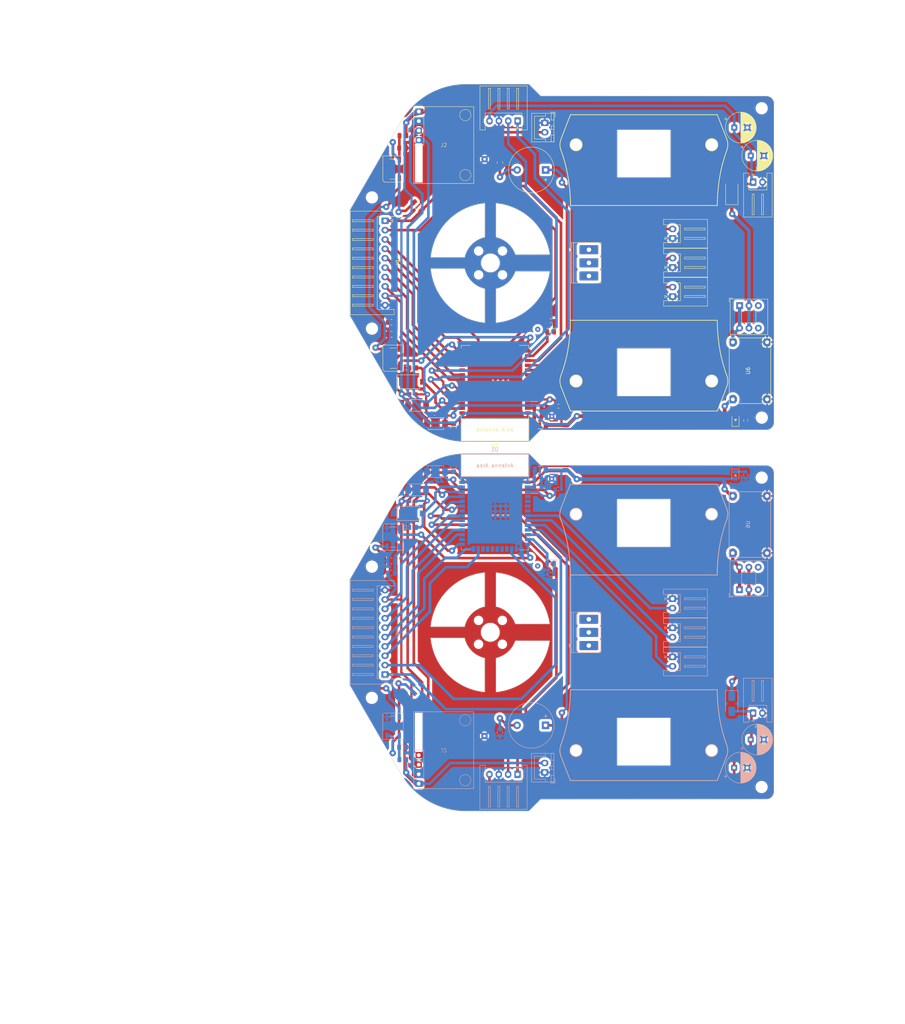
<source format=kicad_pcb>
(kicad_pcb (version 20241229) (generator "pcbnew") (generator_version "9.0")
  (layers (0 "F.Cu" signal) (2 "B.Cu" signal) (13 "F.Paste" user) (15 "B.Paste" user) (5 "F.SilkS" user "F.Silkscreen") (7 "B.SilkS" user "B.Silkscreen") (1 "F.Mask" user) (3 "B.Mask" user) (25 "Edge.Cuts" user))
  (net 0 "")
  (net 1 "Net-(BZ1--)")
  (net 2 "Net-(D2-VDD)")
  (net 3 "/Vb")
  (net 4 "GND")
  (net 5 "/VDD_ESP")
  (net 6 "+3.3V")
  (net 7 "/EN")
  (net 8 "/BOOT")
  (net 9 "/VM")
  (net 10 "Net-(D3-VDD)")
  (net 11 "/LED_RGB")
  (net 12 "Net-(D6-K)")
  (net 13 "/LED_BLUE")
  (net 14 "/SCL")
  (net 15 "/SDA")
  (net 16 "/CurrESC1&2")
  (net 17 "/Data_S3")
  (net 18 "/Data_1aux")
  (net 19 "/Data_S0")
  (net 20 "/Data_SIG")
  (net 21 "/Data_S1")
  (net 22 "/Data_2aux")
  (net 23 "/Data_S2")
  (net 24 "/Data_EN")
  (net 25 "/ESC_1")
  (net 26 "/ESC_2")
  (net 27 "/ESC_3")
  (net 28 "/TX")
  (net 29 "/RX")
  (net 30 "/BUZ")
  (net 31 "/BUTTON")
  (net 37 "Net-(D4-K)")
  (net 40 "/CurrESC2")
  (net 42 "/D_LED1")
  (net 43 "/Enc1")
  (net 44 "/Enc2")
  (net 46 "Net-(U6-IN)")
  (net 49 "/D_LED2")
  (footprint "MountingHole:MountingHole_2.2mm_M2" (layer "F.Cu") (at 85.831981 96.731981 180)
    (property "Reference" "H9" (hide yes))
    (property "Value" "M2" (hide yes))
  )
  (footprint "MountingHole:MountingHole_3mm" (layer "F.Cu") (at 155.025 52.3 90)
    (property "Reference" "H12" (hide yes))
    (property "Value" "M3")
  )
  (footprint "Resistor_SMD:R_1206_3216Metric" (layer "F.Cu") (at 95.93 136.9)
    (property "Reference" "JP1" (hide yes))
    (property "Value" "ESP_JP")
  )
  (footprint "MixLib:MPU6050_Module" (layer "F.Cu") (at 69.5775 62.4175)
    (property "Reference" "J2")
    (property "Value" "MPU6050")
  )
  (footprint "Connector_JST:JST_XH_S2B-XH-A_1x02_P2.50mm_Horizontal" (layer "F.Cu") (at 131.25 102.5 90)
    (property "Reference" "J12" (hide yes))
    (property "Value" "ESC3")
  )
  (footprint "Resistor_SMD:R_0603_1608Metric" (layer "F.Cu") (at 150.75 135.55 90)
    (property "Reference" "R7" (hide yes))
    (property "Value" "4.7k")
  )
  (footprint "TerminalBlock_Phoenix:TerminalBlock_Phoenix_PT-1,5-3-3.5-H_1x03_P3.50mm_Horizontal" (layer "F.Cu") (at 108.9 90.025 -90)
    (property "Reference" "ESC_3" (hide yes))
    (property "Value" "TerminalBlock_Phoenix_PT-1,5-3-3.5-H_1x03_P3.50mm_Horizontal" (hide yes))
  )
  (footprint "Resistor_SMD:R_0805_2012Metric" (layer "F.Cu") (at 59.25 59.6)
    (property "Reference" "R1" (hide yes))
    (property "Value" "330")
  )
  (footprint "Resistor_SMD:R_0603_1608Metric" (layer "F.Cu") (at 98.73 108.98 180)
    (property "Reference" "R6" (hide yes))
    (property "Value" "1k")
  )
  (footprint "Connector_JST:JST_XH_S10B-XH-A_1x10_P2.50mm_Horizontal" (layer "F.Cu") (at 54.495 82.3 -90)
    (property "Reference" "J9")
    (property "Value" "Sensors")
  )
  (footprint "MountingHole:MountingHole_2.2mm_M2" (layer "F.Cu") (at 79.468019 96.731981 -90)
    (property "Reference" "H8" (hide yes))
    (property "Value" "M2" (hide yes))
  )
  (footprint "MountingHole:MountingHole_3mm" (layer "F.Cu") (at 141.679263 125.05 90)
    (property "Reference" "H2" (hide yes))
    (property "Value" "M3" (hide yes))
  )
  (footprint "Connector_JST:JST_XH_S2B-XH-A_1x02_P2.50mm_Horizontal" (layer "F.Cu") (at 152.75 72.005)
    (property "Reference" "J4")
    (property "Value" "LiPo")
  )
  (footprint "MixLib:SW_Push_SPST_NO_Alps_SKRK_Handsolder" (layer "F.Cu") (at 68.1 136.4 180)
    (property "Reference" "SW2" (hide yes))
    (property "Value" "EN_Push")
  )
  (footprint "LED_SMD:LED_WS2812B_PLCC4_5.0x5.0mm_P3.2mm" (layer "F.Cu") (at 56.65 118.95 -90)
    (property "Reference" "D3" (hide yes))
    (property "Value" "WS2812B")
  )
  (footprint "MixLib:SW_Push_SPST_NO_Alps_SKRK_Handsolder" (layer "F.Cu") (at 63.05 131.55 180)
    (property "Reference" "SW3" (hide yes))
    (property "Value" "Boot_Push")
  )
  (footprint "Connector_JST:JST_XH_S2B-XH-A_1x02_P2.50mm_Horizontal" (layer "F.Cu") (at 131.25 94.75 90)
    (property "Reference" "J11" (hide yes))
    (property "Value" "ESC2")
  )
  (footprint "PCM_Espressif:ESP32-WROOM-32E" (layer "F.Cu") (at 83.825 126.54 180)
    (property "Reference" "U1")
    (property "Value" "ESP32-WROOM-32E" (hide yes))
  )
  (footprint "Capacitor_SMD:C_0805_2012Metric" (layer "F.Cu") (at 72.75 137.45 -90)
    (property "Reference" "C7" (hide yes))
    (property "Value" "1uF")
  )
  (footprint "Capacitor_THT:CP_Radial_D8.0mm_P3.50mm" (layer "F.Cu") (at 147.697349 57.45)
    (property "Reference" "C2" (hide yes))
    (property "Value" "100uF")
  )
  (footprint "Connector_JST:JST_XH_B2B-XH-A_1x02_P2.50mm_Vertical" (layer "F.Cu") (at 97.125 56.2 -90)
    (property "Reference" "J1" (hide yes))
    (property "Value" "PW")
  )
  (footprint "Resistor_SMD:R_1206_3216Metric" (layer "F.Cu") (at 63.2 78.45 90)
    (property "Reference" "JP2" (hide yes))
    (property "Value" "LED_JP")
  )
  (footprint "MountingHole:MountingHole_3mm" (layer "F.Cu") (at 50.99 76.07 90)
    (property "Reference" "H6" (hide yes))
    (property "Value" "M3" (hide yes))
  )
  (footprint "Capacitor_SMD:C_0805_2012Metric" (layer "F.Cu") (at 95.3 132.35)
    (property "Reference" "C4" (hide yes))
    (property "Value" "100nF")
  )
  (footprint "MountingHole:MountingHole_3mm" (layer "F.Cu") (at 105.4793 62.05 90)
    (property "Reference" "H3" (hide yes))
    (property "Value" "M3" (hide yes))
  )
  (footprint "Buzzer_Beeper:Buzzer_12x9.5RM7.6" (layer "F.Cu") (at 97.35 68.75 180)
    (property "Reference" "BZ1" (hide yes))
    (property "Value" "Buzzer" (hide yes))
  )
  (footprint "Capacitor_SMD:C_0805_2012Metric" (layer "F.Cu") (at 59.2 62.9)
    (property "Reference" "C6" (hide yes))
    (property "Value" "100nF")
  )
  (footprint "Connector_JST:JST_XH_S4B-XH-A_1x04_P2.50mm_Horizontal" (layer "F.Cu") (at 89.875 55.675 180)
    (property "Reference" "J14" (hide yes))
    (property "Value" "UART_Out" (hide yes))
  )
  (footprint "" (layer "F.Cu") (at 95.25 111.25 90)
    (property "Reference" "")
    (property "Value" "")
  )
  (footprint "MixLib:Mini360_step-down" (layer "F.Cu") (at 151.9 122.3 -90)
    (property "Reference" "U6")
    (property "Value" "CN3903")
  )
  (footprint "MixLib:MagicAlonso_Red_Mod_23.5mm" (layer "F.Cu") (at 126.479262 64.78 -90)
    (property "Reference" "REF**" (hide yes))
    (property "Value" "MagicAlonso_Red_Mod_23.5mm" (hide yes))
    (fp_rect (start -6.75 -4.2) (end 5.95 10) (stroke (width 0.1)) (fill no) (layer "Edge.Cuts"))
  )
  (footprint "Resistor_SMD:R_0805_2012Metric" (layer "F.Cu") (at 85.15 66.8 90)
    (property "Reference" "R4" (hide yes))
    (property "Value" "330")
  )
  (footprint "Capacitor_SMD:C_0805_2012Metric" (layer "F.Cu") (at 95.3 134.45)
    (property "Reference" "C3" (hide yes))
    (property "Value" "22uF")
  )
  (footprint "LED_SMD:LED_WS2812B_PLCC4_5.0x5.0mm_P3.2mm" (layer "F.Cu") (at 56.65 68.5 -90)
    (property "Reference" "D2" (hide yes))
    (property "Value" "WS2812B")
  )
  (footprint "MixLib:LED_0805_2012Metric" (layer "F.Cu") (at 98.83 111.93 180)
    (property "Reference" "D6" (hide yes))
    (property "Value" "LED_BLUE")
  )
  (footprint "Capacitor_SMD:C_0805_2012Metric" (layer "F.Cu") (at 56.2 112.6 180)
    (property "Reference" "C24" (hide yes))
    (property "Value" "100nF")
  )
  (footprint "Button_Switch_SMD:SW_SPST_CK_RS282G05A3" (layer "F.Cu") (at 60.7 125.25)
    (property "Reference" "SW4" (hide yes))
    (property "Value" "BUTTON_Push")
  )
  (footprint "MixLib:LED_0805_2012Metric" (layer "F.Cu") (at 148.05 135.6 90)
    (property "Reference" "D4" (hide yes))
    (property "Value" "LED_ON")
  )
  (footprint "" (layer "F.Cu") (at 81.05 65.9 90)
    (property "Reference" "")
    (property "Value" "")
  )
  (footprint "Resistor_SMD:R_0603_1608Metric" (layer "F.Cu") (at 100.75 131.75)
    (property "Reference" "R2" (hide yes))
    (property "Value" "10k")
  )
  (footprint "MountingHole:MountingHole_3mm" (layer "F.Cu") (at 50.99 111.07 90)
    (property "Reference" "H5" (hide yes))
    (property "Value" "M3" (hide yes))
  )
  (footprint "Resistor_SMD:R_0805_2012Metric" (layer "F.Cu") (at 61.9 121.55)
    (property "Reference" "R9" (hide yes))
    (property "Value" "10k")
  )
  (footprint "Connector_JST:JST_XH_S2B-XH-A_1x02_P2.50mm_Horizontal" (layer "F.Cu") (at 131.25 87 90)
    (property "Reference" "J10" (hide yes))
    (property "Value" "ESC1")
  )
  (footprint "MixLib:MagicAlonso_Red_Mod_23.5mm" (layer "F.Cu") (at 120.675002 122.3 90)
    (property "Reference" "REF**" (hide yes))
    (property "Value" "MagicAlonso_Red_Mod_23.5mm" (hide yes))
    (fp_rect (start -6.75 -4.2) (end 5.95 10) (stroke (width 0.1)) (fill no) (layer "Edge.Cuts"))
  )
  (footprint "MountingHole:MountingHole_2.2mm_M2" (layer "F.Cu") (at 85.831981 90.368019 180)
    (property "Reference" "H10" (hide yes))
    (property "Value" "M2" (hide yes))
  )
  (footprint "Button_Switch_THT:SW_Push_2P2T_Toggle_CK_PVA2OAH5xxxxxxV2" (layer "F.Cu") (at 149.1275 104.9275)
    (property "Reference" "SW1" (hide yes))
    (property "Value" "Power_SW" (hide yes))
  )
  (footprint "" (layer "F.Cu") (at 99 134.45 90)
    (property "Reference" "")
    (property "Value" "")
  )
  (footprint "Diode_SMD:D_SMA" (layer "F.Cu") (at 147.05 74.5 90)
    (property "Reference" "D1" (hide yes))
    (property "Value" "SS14")
  )
  (footprint "Resistor_SMD:R_0603_1608Metric" (layer "F.Cu") (at 61.95 128.5 180)
    (property "Reference" "R3" (hide yes))
    (property "Value" "10k")
  )
  (footprint "MountingHole:MountingHole_3mm" (layer "F.Cu") (at 155.05 134.8 90)
    (property "Reference" "H11" (hide yes))
    (property "Value" "M3")
  )
  (footprint "MountingHole:MountingHole_2.2mm_M2" (layer "F.Cu") (at 79.468019 90.368019 -90)
    (property "Reference" "H7" (hide yes))
    (property "Value" "M2" (hide yes))
  )
  (footprint "Capacitor_THT:CP_Radial_D8.0mm_P3.50mm" (layer "F.Cu") (at 152.1 64.95)
    (property "Reference" "C28" (hide yes))
    (property "Value" "470uF")
  )
  (footprint "Capacitor_SMD:C_0603_1608Metric" (layer "F.Cu") (at 67.7 133.65)
    (property "Reference" "C8" (hide yes))
    (property "Value" "100nF")
  )
  (footprint "Resistor_SMD:R_0805_2012Metric" (layer "F.Cu") (at 56.2 109.35 180)
    (property "Reference" "R5" (hide yes))
    (property "Value" "330")
  )
  (footprint "MountingHole:MountingHole_3mm" (layer "F.Cu") (at 105.479263 125.05 90)
    (property "Reference" "H1" (hide yes))
    (property "Value" "M3" (hide yes))
  )
  (footprint "MountingHole:MountingHole_3mm" (layer "F.Cu") (at 141.679263 62.05 90)
    (property "Reference" "H4" (hide yes))
    (property "Value" "M3" (hide yes))
  )
  (footprint "Resistor_SMD:R_0603_1608Metric" (layer "B.Cu") (at 61.925 157.105 180)
    (property "Reference" "R3" (hide yes))
    (property "Value" "10k")
  )
  (footprint "Capacitor_THT:CP_Radial_D8.0mm_P3.50mm" (layer "B.Cu") (at 147.672349 228.155)
    (property "Reference" "C2" (hide yes))
    (property "Value" "100uF")
  )
  (footprint "Resistor_SMD:R_0805_2012Metric" (layer "B.Cu") (at 85.125 218.805 -90)
    (property "Reference" "R4" (hide yes))
    (property "Value" "330")
  )
  (footprint "LED_SMD:LED_WS2812B_PLCC4_5.0x5.0mm_P3.2mm" (layer "B.Cu") (at 56.625 217.105 90)
    (property "Reference" "D2" (hide yes))
    (property "Value" "WS2812B")
  )
  (footprint "" (layer "B.Cu") (at 81.025 219.705 -90)
    (property "Reference" "")
    (property "Value" "")
  )
  (footprint "Capacitor_SMD:C_0805_2012Metric" (layer "B.Cu") (at 95.275 153.255)
    (property "Reference" "C4" (hide yes))
    (property "Value" "100nF")
  )
  (footprint "MountingHole:MountingHole_2.2mm_M2" (layer "B.Cu") (at 85.806981 195.236981 180)
    (property "Reference" "H10" (hide yes))
    (property "Value" "M2" (hide yes))
  )
  (footprint "Capacitor_SMD:C_0603_1608Metric" (layer "B.Cu") (at 67.675 151.955)
    (property "Reference" "C8" (hide yes))
    (property "Value" "100nF")
  )
  (footprint "Connector_JST:JST_XH_S2B-XH-A_1x02_P2.50mm_Horizontal" (layer "B.Cu") (at 131.225 183.105 -90)
    (property "Reference" "J12" (hide yes))
    (property "Value" "ESC3")
  )
  (footprint "MountingHole:MountingHole_2.2mm_M2" (layer "B.Cu") (at 79.443019 188.873019 90)
    (property "Reference" "H8" (hide yes))
    (property "Value" "M2" (hide yes))
  )
  (footprint "Connector_JST:JST_XH_B2B-XH-A_1x02_P2.50mm_Vertical" (layer "B.Cu") (at 97.1 229.405 90)
    (property "Reference" "J1" (hide yes))
    (property "Value" "PW")
  )
  (footprint "Connector_JST:JST_XH_S2B-XH-A_1x02_P2.50mm_Horizontal" (layer "B.Cu") (at 131.225 190.855 -90)
    (property "Reference" "J11" (hide yes))
    (property "Value" "ESC2")
  )
  (footprint "Resistor_SMD:R_0603_1608Metric" (layer "B.Cu") (at 100.725 153.855)
    (property "Reference" "R2" (hide yes))
    (property "Value" "10k")
  )
  (footprint "Connector_JST:JST_XH_S2B-XH-A_1x02_P2.50mm_Horizontal" (layer "B.Cu") (at 152.725 213.6)
    (property "Reference" "J4")
    (property "Value" "LiPo")
  )
  (footprint "MixLib:MagicAlonso_Red_Mod_23.5mm" (layer "B.Cu") (at 126.454262 220.825 90)
    (property "Reference" "REF**" (hide yes))
    (property "Value" "MagicAlonso_Red_Mod_23.5mm" (hide yes))
    (fp_rect (start -6.75 4.2) (end 5.95 -10) (stroke (width 0.1)) (fill no) (layer "Edge.Cuts"))
  )
  (footprint "" (layer "B.Cu") (at 98.975 151.155 -90)
    (property "Reference" "")
    (property "Value" "")
  )
  (footprint "Resistor_SMD:R_0805_2012Metric" (layer "B.Cu") (at 59.225 226.005)
    (property "Reference" "R1" (hide yes))
    (property "Value" "330")
  )
  (footprint "MixLib:MagicAlonso_Red_Mod_23.5mm" (layer "B.Cu") (at 120.650002 163.305 -90)
    (property "Reference" "REF**" (hide yes))
    (property "Value" "MagicAlonso_Red_Mod_23.5mm" (hide yes))
    (fp_rect (start -6.75 4.2) (end 5.95 -10) (stroke (width 0.1)) (fill no) (layer "Edge.Cuts"))
  )
  (footprint "Connector_JST:JST_XH_S10B-XH-A_1x10_P2.50mm_Horizontal" (layer "B.Cu") (at 54.47 203.305 90)
    (property "Reference" "J9")
    (property "Value" "Sensors")
  )
  (footprint "" (layer "B.Cu") (at 95.225 174.355 -90)
    (property "Reference" "")
    (property "Value" "")
  )
  (footprint "Capacitor_SMD:C_0805_2012Metric" (layer "B.Cu") (at 95.275 151.155)
    (property "Reference" "C3" (hide yes))
    (property "Value" "22uF")
  )
  (footprint "MixLib:MPU6050_Module" (layer "B.Cu") (at 69.5525 223.1875)
    (property "Reference" "J2")
    (property "Value" "MPU6050")
  )
  (footprint "MountingHole:MountingHole_3mm" (layer "B.Cu") (at 50.965 174.535 -90)
    (property "Reference" "H5" (hide yes))
    (property "Value" "M3" (hide yes))
  )
  (footprint "Button_Switch_SMD:SW_SPST_CK_RS282G05A3" (layer "B.Cu") (at 60.675 160.355)
    (property "Reference" "SW4" (hide yes))
    (property "Value" "BUTTON_Push")
  )
  (footprint "MixLib:LED_0805_2012Metric" (layer "B.Cu") (at 148.025 150.005 -90)
    (property "Reference" "D4" (hide yes))
    (property "Value" "LED_ON")
  )
  (footprint "Button_Switch_THT:SW_Push_2P2T_Toggle_CK_PVA2OAH5xxxxxxV2" (layer "B.Cu") (at 149.1025 180.6775)
    (property "Reference" "SW1" (hide yes))
    (property "Value" "Power_SW" (hide yes))
  )
  (footprint "MixLib:SW_Push_SPST_NO_Alps_SKRK_Handsolder" (layer "B.Cu") (at 63.025 154.055 180)
    (property "Reference" "SW3" (hide yes))
    (property "Value" "Boot_Push")
  )
  (footprint "MountingHole:MountingHole_3mm" (layer "B.Cu") (at 155 233.305 -90)
    (property "Reference" "H12" (hide yes))
    (property "Value" "M3")
  )
  (footprint "PCM_Espressif:ESP32-WROOM-32E" (layer "B.Cu") (at 83.8 159.065 180)
    (property "Reference" "U1")
    (property "Value" "ESP32-WROOM-32E" (hide yes))
  )
  (footprint "Capacitor_SMD:C_0805_2012Metric" (layer "B.Cu") (at 72.725 148.155 90)
    (property "Reference" "C7" (hide yes))
    (property "Value" "1uF")
  )
  (footprint "Connector_JST:JST_XH_S4B-XH-A_1x04_P2.50mm_Horizontal" (layer "B.Cu") (at 89.85 229.93 180)
    (property "Reference" "J14" (hide yes))
    (property "Value" "UART_Out" (hide yes))
  )
  (footprint "LED_SMD:LED_WS2812B_PLCC4_5.0x5.0mm_P3.2mm" (layer "B.Cu") (at 56.625 166.655 90)
    (property "Reference" "D3" (hide yes))
    (property "Value" "WS2812B")
  )
  (footprint "MountingHole:MountingHole_2.2mm_M2" (layer "B.Cu") (at 85.806981 188.873019 180)
    (property "Reference" "H9" (hide yes))
    (property "Value" "M2" (hide yes))
  )
  (footprint "Connector_JST:JST_XH_S2B-XH-A_1x02_P2.50mm_Horizontal" (layer "B.Cu") (at 131.225 198.605 -90)
    (property "Reference" "J10" (hide yes))
    (property "Value" "ESC1")
  )
  (footprint "MountingHole:MountingHole_3mm" (layer "B.Cu") (at 141.654263 223.555 -90)
    (property "Reference" "H4" (hide yes))
    (property "Value" "M3" (hide yes))
  )
  (footprint "TerminalBlock_Phoenix:TerminalBlock_Phoenix_PT-1,5-3-3.5-H_1x03_P3.50mm_Horizontal" (layer "B.Cu") (at 108.875 195.58 90)
    (property "Reference" "ESC_3" (hide yes))
    (property "Value" "TerminalBlock_Phoenix_PT-1,5-3-3.5-H_1x03_P3.50mm_Horizontal" (hide yes))
  )
  (footprint "MixLib:LED_0805_2012Metric" (layer "B.Cu") (at 98.805 173.675 180)
    (property "Reference" "D6" (hide yes))
    (property "Value" "LED_BLUE")
  )
  (footprint "MountingHole:MountingHole_3mm" (layer "B.Cu") (at 141.654263 160.555 -90)
    (property "Reference" "H2" (hide yes))
    (property "Value" "M3" (hide yes))
  )
  (footprint "Capacitor_THT:CP_Radial_D8.0mm_P3.50mm" (layer "B.Cu") (at 152.075 220.655)
    (property "Reference" "C28" (hide yes))
    (property "Value" "470uF")
  )
  (footprint "Resistor_SMD:R_1206_3216Metric" (layer "B.Cu") (at 95.905 148.705)
    (property "Reference" "JP1" (hide yes))
    (property "Value" "ESP_JP")
  )
  (footprint "Resistor_SMD:R_0805_2012Metric" (layer "B.Cu") (at 56.175 176.255 180)
    (property "Reference" "R5" (hide yes))
    (property "Value" "330")
  )
  (footprint "MountingHole:MountingHole_2.2mm_M2" (layer "B.Cu") (at 79.443019 195.236981 90)
    (property "Reference" "H7" (hide yes))
    (property "Value" "M2" (hide yes))
  )
  (footprint "MixLib:Mini360_step-down" (layer "B.Cu") (at 151.875 163.305 90)
    (property "Reference" "U6")
    (property "Value" "CN3903")
  )
  (footprint "Resistor_SMD:R_0603_1608Metric" (layer "B.Cu") (at 150.725 150.055 -90)
    (property "Reference" "R7" (hide yes))
    (property "Value" "4.7k")
  )
  (footprint "Diode_SMD:D_SMA" (layer "B.Cu") (at 147.025 211.105 -90)
    (property "Reference" "D1" (hide yes))
    (property "Value" "SS14")
  )
  (footprint "MountingHole:MountingHole_3mm" (layer "B.Cu") (at 155.025 150.805 -90)
    (property "Reference" "H11" (hide yes))
    (property "Value" "M3")
  )
  (footprint "MountingHole:MountingHole_3mm" (layer "B.Cu") (at 105.454263 160.555 -90)
    (property "Reference" "H1" (hide yes))
    (property "Value" "M3" (hide yes))
  )
  (footprint "Capacitor_SMD:C_0805_2012Metric" (layer "B.Cu") (at 56.175 173.005 180)
    (property "Reference" "C24" (hide yes))
    (property "Value" "100nF")
  )
  (footprint "Buzzer_Beeper:Buzzer_12x9.5RM7.6" (layer "B.Cu") (at 97.325 216.855 180)
    (property "Reference" "BZ1" (hide yes))
    (property "Value" "Buzzer" (hide yes))
  )
  (footprint "MountingHole:MountingHole_3mm" (layer "B.Cu") (at 50.965 209.535 -90)
    (property "Reference" "H6" (hide yes))
    (property "Value" "M3" (hide yes))
  )
  (footprint "Capacitor_SMD:C_0805_2012Metric" (layer "B.Cu") (at 59.175 222.705)
    (property "Reference" "C6" (hide yes))
    (property "Value" "100nF")
  )
  (footprint "Resistor_SMD:R_0805_2012Metric" (layer "B.Cu") (at 61.875 164.055)
    (property "Reference" "R9" (hide yes))
    (property "Value" "10k")
  )
  (footprint "Resistor_SMD:R_0603_1608Metric" (layer "B.Cu") (at 98.705 176.625 180)
    (property "Reference" "R6" (hide yes))
    (property "Value" "1k")
  )
  (footprint "MixLib:SW_Push_SPST_NO_Alps_SKRK_Handsolder" (layer "B.Cu") (at 68.075 149.205 180)
    (property "Reference" "SW2" (hide yes))
    (property "Value" "EN_Push")
  )
  (footprint "MountingHole:MountingHole_3mm" (layer "B.Cu") (at 105.4543 223.555 -90)
    (property "Reference" "H3" (hide yes))
    (property "Value" "M3" (hide yes))
  )
  (footprint "Resistor_SMD:R_1206_3216Metric" (layer "B.Cu") (at 63.175 207.155 -90)
    (property "Reference" "JP2" (hide yes))
    (property "Value" "LED_JP")
  )
  (gr_line (start 158.3 136.05) (end 158.3 51.05) (stroke (width 0.1)) (layer "Edge.Cuts"))
  (gr_line (start 81.114023 86.683226) (end 81.114023 77.637121) (stroke (width 0.1)) (layer "Edge.Cuts"))
  (gr_line (start 66.669618 193.548467) (end 75.715723 193.548467) (stroke (width 0.1)) (layer "Edge.Cuts"))
  (gr_arc (start 84.114031 86.68323) (mid 87.305809 88.314442) (end 89.27956 91.306533) (stroke (width 0.1)) (layer "Edge.Cuts"))
  (gr_arc (start 58.726812 55.862914) (mid 66.067815 48.539729) (end 76.089147 45.876636) (stroke (width 0.1)) (layer "Edge.Cuts"))
  (gr_line (start 45.06 79.54) (end 58.726812 55.862914) (stroke (width 0.1)) (layer "Edge.Cuts"))
  (gr_line (start 89.279601 95.806533) (end 98.442471 95.823254) (stroke (width 0.1)) (layer "Edge.Cuts"))
  (gr_arc (start 84.089039 185.175164) (mid 87.280848 186.806358) (end 89.254601 189.798467) (stroke (width 0.1)) (layer "Edge.Cuts"))
  (gr_circle (center 85.796012 96.738514) (end 85.796012 95.738514) (stroke (width 0.1)) (fill no) (layer "Edge.Cuts"))
  (gr_arc (start 75.715677 190.54846) (mid 77.614472 187.07392) (end 81.089031 185.175162) (stroke (width 0.1)) (layer "Edge.Cuts"))
  (gr_arc (start 98.417458 194.315278) (mid 93.619303 203.624758) (end 84.089031 207.967875) (stroke (width 0.1)) (layer "Edge.Cuts"))
  (gr_line (start 81.114034 109.475943) (end 81.114034 100.429838) (stroke (width 0.1)) (layer "Edge.Cuts"))
  (gr_circle (center 82.589031 192.048467) (end 82.589031 194.548467) (stroke (width 0.1)) (fill no) (layer "Edge.Cuts"))
  (gr_arc (start 58.704401 154.363428) (mid 66.024314 147.055393) (end 76.016285 144.381631) (stroke (width 0.1)) (layer "Edge.Cuts"))
  (gr_arc (start 81.113984 109.475433) (mid 71.307403 104.862608) (end 66.694572 95.056028) (stroke (width 0.1)) (layer "Edge.Cuts"))
  (gr_line (start 84.089031 198.92177) (end 84.089031 207.967875) (stroke (width 0.1)) (layer "Edge.Cuts"))
  (gr_arc (start 158.275 234.555) (mid 157.689565 235.968862) (end 156.275993 236.555) (stroke (width 0.1)) (layer "Edge.Cuts"))
  (gr_circle (center 79.43205 90.374552) (end 79.43205 89.374552) (stroke (width 0.1)) (fill no) (layer "Edge.Cuts"))
  (gr_arc (start 89.25456 194.298467) (mid 87.280809 197.290558) (end 84.089031 198.92177) (stroke (width 0.1)) (layer "Edge.Cuts"))
  (gr_arc (start 76.064147 239.728364) (mid 66.042834 237.065238) (end 58.701812 229.742086) (stroke (width 0.1)) (layer "Edge.Cuts"))
  (gr_line (start 45.035 178.065) (end 45.035 206.065) (stroke (width 0.1)) (layer "Edge.Cuts"))
  (gr_line (start 76.089147 45.876636) (end 92.908132 45.878232) (stroke (width 0.1)) (layer "Edge.Cuts"))
  (gr_arc (start 158.3 136.05) (mid 157.714565 137.463862) (end 156.300993 138.05) (stroke (width 0.1)) (layer "Edge.Cuts"))
  (gr_line (start 156.275993 236.555) (end 96.025 236.5849) (stroke (width 0.1)) (layer "Edge.Cuts"))
  (gr_arc (start 81.089023 207.967879) (mid 71.282444 203.355049) (end 66.669618 193.548467) (stroke (width 0.1)) (layer "Edge.Cuts"))
  (gr_line (start 66.694618 92.056533) (end 75.740723 92.056533) (stroke (width 0.1)) (layer "Edge.Cuts"))
  (gr_arc (start 156.275993 147.555) (mid 157.689565 148.141137) (end 158.275 149.555) (stroke (width 0.1)) (layer "Edge.Cuts"))
  (gr_arc (start 66.669572 190.548972) (mid 71.2824 180.742389) (end 81.088984 176.129567) (stroke (width 0.1)) (layer "Edge.Cuts"))
  (gr_line (start 76.064147 239.728364) (end 92.883132 239.726768) (stroke (width 0.1)) (layer "Edge.Cuts"))
  (gr_line (start 96.025 236.5849) (end 92.883132 239.726768) (stroke (width 0.1)) (layer "Edge.Cuts"))
  (gr_line (start 66.694572 95.056534) (end 75.740677 95.056534) (stroke (width 0.1)) (layer "Edge.Cuts"))
  (gr_line (start 89.27956 91.306534) (end 98.442458 91.289746) (stroke (width 0.1)) (layer "Edge.Cuts"))
  (gr_line (start 89.25456 194.298466) (end 98.417458 194.315254) (stroke (width 0.1)) (layer "Edge.Cuts"))
  (gr_line (start 89.254601 189.798467) (end 98.417471 189.781746) (stroke (width 0.1)) (layer "Edge.Cuts"))
  (gr_line (start 96.05 138.0799) (end 92.938229 141.221768) (stroke (width 0.1)) (layer "Edge.Cuts"))
  (gr_line (start 45.06 107.54) (end 58.729401 131.241572) (stroke (width 0.1)) (layer "Edge.Cuts"))
  (gr_line (start 45.035 206.065) (end 58.701812 229.742086) (stroke (width 0.1)) (layer "Edge.Cuts"))
  (gr_arc (start 81.089023 198.921775) (mid 77.614469 197.023024) (end 75.715723 193.548467) (stroke (width 0.1)) (layer "Edge.Cuts"))
  (gr_circle (center 79.40705 195.230448) (end 79.40705 196.230448) (stroke (width 0.1)) (fill no) (layer "Edge.Cuts"))
  (gr_arc (start 84.089024 176.129059) (mid 93.619336 180.472202) (end 98.417471 189.781746) (stroke (width 0.1)) (layer "Edge.Cuts"))
  (gr_circle (center 85.796012 90.374552) (end 85.796012 89.374552) (stroke (width 0.1)) (fill no) (layer "Edge.Cuts"))
  (gr_arc (start 76.041285 141.223369) (mid 66.049316 138.549604) (end 58.729401 131.241572) (stroke (width 0.1)) (layer "Edge.Cuts"))
  (gr_line (start 156.300993 49.05) (end 96.05 49.0201) (stroke (width 0.1)) (layer "Edge.Cuts"))
  (gr_line (start 81.089034 176.129057) (end 81.089034 185.175162) (stroke (width 0.1)) (layer "Edge.Cuts"))
  (gr_circle (center 79.40705 188.866486) (end 79.40705 189.866486) (stroke (width 0.1)) (fill no) (layer "Edge.Cuts"))
  (gr_line (start 76.016285 144.381631) (end 92.913229 144.383232) (stroke (width 0.1)) (layer "Edge.Cuts"))
  (gr_line (start 96.025 147.5251) (end 92.913229 144.383232) (stroke (width 0.1)) (layer "Edge.Cuts"))
  (gr_line (start 45.035 178.065) (end 58.704401 154.363428) (stroke (width 0.1)) (layer "Edge.Cuts"))
  (gr_circle (center 85.771012 188.866486) (end 85.771012 189.866486) (stroke (width 0.1)) (fill no) (layer "Edge.Cuts"))
  (gr_circle (center 82.614031 93.556533) (end 82.614031 91.056533) (stroke (width 0.1)) (fill no) (layer "Edge.Cuts"))
  (gr_line (start 84.114024 109.475941) (end 84.114024 100.429836) (stroke (width 0.1)) (layer "Edge.Cuts"))
  (gr_line (start 45.06 107.54) (end 45.06 79.54) (stroke (width 0.1)) (layer "Edge.Cuts"))
  (gr_line (start 84.089024 176.129059) (end 84.089024 185.175164) (stroke (width 0.1)) (layer "Edge.Cuts"))
  (gr_line (start 156.300993 138.05) (end 96.05 138.0799) (stroke (width 0.1)) (layer "Edge.Cuts"))
  (gr_arc (start 98.442471 95.823254) (mid 93.644335 105.132797) (end 84.114024 109.475941) (stroke (width 0.1)) (layer "Edge.Cuts"))
  (gr_arc (start 156.300993 49.05) (mid 157.714565 49.636137) (end 158.3 51.05) (stroke (width 0.1)) (layer "Edge.Cuts"))
  (gr_line (start 96.05 49.0201) (end 92.908132 45.878232) (stroke (width 0.1)) (layer "Edge.Cuts"))
  (gr_circle (center 79.43205 96.738514) (end 79.43205 95.738514) (stroke (width 0.1)) (fill no) (layer "Edge.Cuts"))
  (gr_arc (start 75.740723 92.056533) (mid 77.639469 88.581977) (end 81.114023 86.683225) (stroke (width 0.1)) (layer "Edge.Cuts"))
  (gr_arc (start 81.114031 100.429838) (mid 77.639472 98.531079) (end 75.740677 95.05654) (stroke (width 0.1)) (layer "Edge.Cuts"))
  (gr_arc (start 89.279601 95.806533) (mid 87.305839 98.798631) (end 84.114039 100.429836) (stroke (width 0.1)) (layer "Edge.Cuts"))
  (gr_arc (start 66.694618 92.056533) (mid 71.307443 82.24995) (end 81.114023 77.637121) (stroke (width 0.1)) (layer "Edge.Cuts"))
  (gr_line (start 81.089023 198.921774) (end 81.089023 207.967879) (stroke (width 0.1)) (layer "Edge.Cuts"))
  (gr_line (start 156.275993 147.555) (end 96.025 147.5251) (stroke (width 0.1)) (layer "Edge.Cuts"))
  (gr_circle (center 85.771012 195.230448) (end 85.771012 196.230448) (stroke (width 0.1)) (fill no) (layer "Edge.Cuts"))
  (gr_line (start 158.275 149.555) (end 158.275 234.555) (stroke (width 0.1)) (layer "Edge.Cuts"))
  (gr_arc (start 84.114031 77.637125) (mid 93.644307 81.980238) (end 98.442458 91.289722) (stroke (width 0.1)) (layer "Edge.Cuts"))
  (gr_line (start 66.669572 190.548466) (end 75.715677 190.548466) (stroke (width 0.1)) (layer "Edge.Cuts"))
  (gr_line (start 84.114031 86.68323) (end 84.114031 77.637125) (stroke (width 0.1)) (layer "Edge.Cuts"))
  (gr_line (start 76.041285 141.223369) (end 92.938229 141.221768) (stroke (width 0.1)) (layer "Edge.Cuts"))
  (segment (start 85.15 70.65) (end 85.15 67.7125) (width 0.7) (layer "F.Cu") (net 1))
  (segment (start 89.725 216.855) (end 87.025 216.855) (width 0.7) (layer "F.Cu") (net 1))
  (segment (start 87.025 216.855) (end 85.125 214.955) (width 0.7) (layer "F.Cu") (net 1))
  (via (at 85.125 214.955) (size 1.7) (drill 0.7) (layers "F.Cu" "B.Cu") (net 1))
  (via (at 85.15 70.65) (size 1.7) (drill 0.7) (layers "F.Cu" "B.Cu") (net 1))
  (segment (start 87.05 68.75) (end 85.15 70.65) (width 0.7) (layer "B.Cu") (net 1))
  (segment (start 89.75 68.75) (end 87.05 68.75) (width 0.7) (layer "B.Cu") (net 1))
  (segment (start 85.125 214.955) (end 85.125 217.8925) (width 0.7) (layer "B.Cu") (net 1))
  (segment (start 58.3 59.7875) (end 58.4875 59.6) (width 0.7) (layer "F.Cu") (net 2))
  (segment (start 58.3 66.05) (end 58.3 59.7875) (width 0.7) (layer "F.Cu") (net 2))
  (segment (start 58.275 219.555) (end 58.275 225.8175) (width 0.7) (layer "B.Cu") (net 2))
  (segment (start 58.275 225.8175) (end 58.4625 226.005) (width 0.7) (layer "B.Cu") (net 2))
  (segment (start 151.6025 174.6775) (end 151.6025 180.6775) (width 0.9) (layer "F.Cu") (net 3))
  (segment (start 151.6025 200.6775) (end 151.6025 180.6775) (width 0.9) (layer "F.Cu") (net 3))
  (segment (start 147.05 80.35) (end 147.15 80.45) (width 0.9) (layer "F.Cu") (net 3))
  (segment (start 147.05 76.5) (end 147.05 80.35) (width 0.9) (layer "F.Cu") (net 3))
  (segment (start 147.125 205.155) (end 151.6025 200.6775) (width 0.9) (layer "F.Cu") (net 3))
  (via (at 147.125 205.155) (size 1.7) (drill 0.7) (layers "F.Cu" "B.Cu") (net 3))
  (via (at 147.15 80.45) (size 1.7) (drill 0.7) (layers "F.Cu" "B.Cu") (net 3))
  (segment (start 151.6275 110.9275) (end 151.6275 104.9275) (width 0.9) (layer "B.Cu") (net 3))
  (segment (start 151.6275 84.9275) (end 151.6275 104.9275) (width 0.9) (layer "B.Cu") (net 3))
  (segment (start 147.025 205.255) (end 147.125 205.155) (width 0.9) (layer "B.Cu") (net 3))
  (segment (start 147.15 80.45) (end 151.6275 84.9275) (width 0.9) (layer "B.Cu") (net 3))
  (segment (start 147.025 209.105) (end 147.025 205.255) (width 0.9) (layer "B.Cu") (net 3))
  (segment (start 94.35 136.7825) (end 94.4675 136.9) (width 0.7) (layer "F.Cu") (net 5))
  (segment (start 94.35 132.35) (end 94.35 134.45) (width 0.7) (layer "F.Cu") (net 5))
  (segment (start 94.28 132.28) (end 94.35 132.35) (width 0.7) (layer "F.Cu") (net 5))
  (segment (start 94.35 134.45) (end 94.35 136.7825) (width 0.7) (layer "F.Cu") (net 5))
  (segment (start 92.575 132.28) (end 94.28 132.28) (width 0.7) (layer "F.Cu") (net 5))
  (segment (start 94.325 151.155) (end 94.325 148.8225) (width 0.7) (layer "B.Cu") (net 5))
  (segment (start 94.325 148.8225) (end 94.4425 148.705) (width 0.7) (layer "B.Cu") (net 5))
  (segment (start 94.325 153.255) (end 94.325 151.155) (width 0.7) (layer "B.Cu") (net 5))
  (segment (start 94.255 153.325) (end 94.325 153.255) (width 0.7) (layer "B.Cu") (net 5))
  (segment (start 92.55 153.325) (end 94.255 153.325) (width 0.7) (layer "B.Cu") (net 5))
  (segment (start 102.25 136.9) (end 99.35 136.9) (width 0.7) (layer "F.Cu") (net 6))
  (segment (start 97.125 58.7) (end 71.95 58.7) (width 0.7) (layer "F.Cu") (net 6))
  (segment (start 57.2 106.5) (end 57.2 104.9) (width 0.7) (layer "F.Cu") (net 6))
  (segment (start 105.7 134.4) (end 105.65 134.4) (width 1) (layer "F.Cu") (net 6))
  (segment (start 60.15 56.1) (end 60.15 59.5875) (width 0.7) (layer "F.Cu") (net 6))
  (segment (start 61.125 128.5) (end 61.075 128.55) (width 0.7) (layer "F.Cu") (net 6))
  (segment (start 59.1 128.55) (end 56.8 126.25) (width 0.7) (layer "F.Cu") (net 6))
  (segment (start 147.305 155.685) (end 146.955 155.685) (width 0.6) (layer "F.Cu") (net 6))
  (segment (start 142.85 134.4) (end 142.9625 134.5125) (width 0.6) (layer "F.Cu") (net 6))
  (segment (start 101.575 131.75) (end 101.575 136.9) (width 0.6) (layer "F.Cu") (net 6))
  (segment (start 145.15 133.6625) (end 144.4125 134.4) (width 1) (layer "F.Cu") (net 6))
  (segment (start 57.2 104.9) (end 54.6 102.3) (width 0.7) (layer "F.Cu") (net 6))
  (segment (start 59.675 211.705) (end 59.675 229.705) (width 0.6) (layer "F.Cu") (net 6))
  (segment (start 67.225 53.975) (end 66.4275 53.1775) (width 0.7) (layer "F.Cu") (net 6))
  (segment (start 58.825 173.855) (end 58.825 183.305) (width 0.6) (layer "F.Cu") (net 6))
  (segment (start 99.35 136.9) (end 97.3925 136.9) (width 0.7) (layer "F.Cu") (net 6))
  (segment (start 105.675 151.205) (end 103.525 149.055) (width 0.7) (layer "F.Cu") (net 6))
  (segment (start 145.15 131.75) (end 145.15 133.6625) (width 1) (layer "F.Cu") (net 6))
  (segment (start 97.225 149.055) (end 94.325 151.955) (width 0.7) (layer "F.Cu") (net 6))
  (segment (start 60.5 55.75) (end 63.0725 53.1775) (width 0.7) (layer "F.Cu") (net 6))
  (segment (start 54.6 102.3) (end 54.495 102.3) (width 0.7) (layer "F.Cu") (net 6))
  (segment (start 61.525 209.855) (end 59.675 211.705) (width 0.6) (layer "F.Cu") (net 6))
  (segment (start 103.525 149.055) (end 97.225 149.055) (width 0.7) (layer "F.Cu") (net 6))
  (segment (start 58.925 156.605) (end 58.925 157.105) (width 0.7) (layer "F.Cu") (net 6))
  (segment (start 75.675 151.955) (end 73.175 149.455) (width 0.7) (layer "F.Cu") (net 6))
  (segment (start 103.15 136.9) (end 102.25 136.9) (width 1) (layer "F.Cu") (net 6))
  (segment (start 62.3975 232.4275) (end 63.4725 232.4275) (width 0.6) (layer "F.Cu") (net 6))
  (segment (start 105.65 134.4) (end 103.15 136.9) (width 1) (layer "F.Cu") (net 6))
  (segment (start 61.075 128.55) (end 59.1 128.55) (width 0.7) (layer "F.Cu") (net 6))
  (segment (start 142.85 134.4) (end 105.7 134.4) (width 1) (layer "F.Cu") (net 6))
  (segment (start 60.15 59.5875) (end 60.1625 59.6) (width 0.7) (layer "F.Cu") (net 6))
  (segment (start 55.2875 109.35) (end 55.2875 108.4125) (width 0.7) (layer "F.Cu") (net 6))
  (segment (start 142.9625 134.5125) (end 148.03 134.5125) (width 0.6) (layer "F.Cu") (net 6))
  (segment (start 101.575 136.9) (end 97.3925 136.9) (width 0.6) (layer "F.Cu") (net 6))
  (segment (start 94.325 151.955) (end 75.675 151.955) (width 0.7) (layer "F.Cu") (net 6))
  (segment (start 144.4125 134.4) (end 142.85 134.4) (width 1) (layer "F.Cu") (net 6))
  (segment (start 71.95 58.7) (end 67.225 53.975) (width 0.7) (layer "F.Cu") (net 6))
  (segment (start 60.5 55.75) (end 60.15 56.1) (width 0.7) (layer "F.Cu") (net 6))
  (segment (start 66.4275 53.1775) (end 63.4975 53.1775) (width 0.7) (layer "F.Cu") (net 6))
  (segment (start 55.2875 108.4125) (end 57.2 106.5) (width 0.7) (layer "F.Cu") (net 6))
  (segment (start 58.825 183.305) (end 58.825 202.705) (width 0.6) (layer "F.Cu") (net 6))
  (segment (start 54.47 183.305) (end 58.825 183.305) (width 0.6) (layer "F.Cu") (net 6))
  (segment (start 59.675 229.705) (end 62.3975 232.4275) (width 0.6) (layer "F.Cu") (net 6))
  (segment (start 63.0725 53.1775) (end 63.4975 53.1775) (width 0.7) (layer "F.Cu") (net 6))
  (segment (start 66.075 149.455) (end 58.925 156.605) (width 0.7) (layer "F.Cu") (net 6))
  (segment (start 61.525 205.405) (end 61.525 209.855) (width 0.6) (layer "F.Cu") (net 6))
  (segment (start 58.825 157.205) (end 58.825 173.855) (width 0.7) (layer "F.Cu") (net 6))
  (segment (start 58.825 202.705) (end 61.525 205.405) (width 0.6) (layer "F.Cu") (net 6))
  (segment (start 146.955 155.685) (end 145.125 153.855) (width 0.9) (layer "F.Cu") (net 6))
  (segment (start 73.175 149.455) (end 66.075 149.455) (width 0.7) (layer "F.Cu") (net 6))
  (segment (start 56.8 126.25) (end 56.8 125.25) (width 0.7) (layer "F.Cu") (net 6))
  (segment (start 58.925 157.105) (end 58.825 157.205) (width 0.7) (layer "F.Cu") (net 6))
  (via (at 60.15 56.15) (size 1.7) (drill 0.7) (layers "F.Cu" "B.Cu") (net 6))
  (via (at 60.125 229.455) (size 1.7) (drill 0.7) (layers "F.Cu" "B.Cu") (net 6))
  (via (at 145.15 131.75) (size 1.7) (drill 0.7) (layers "F.Cu" "B.Cu") (net 6))
  (via (at 58.95 128.5) (size 1.7) (drill 0.7) (layers "F.Cu" "B.Cu") (net 6))
  (via (at 145.125 153.855) (size 1.7) (drill 0.7) (layers "F.Cu" "B.Cu") (net 6))
  (via (at 105.7 134.4) (size 1.7) (drill 0.7) (layers "F.Cu" "B.Cu") (net 6))
  (via (at 105.675 151.205) (size 1.7) (drill 0.7) (layers "F.Cu" "B.Cu") (net 6))
  (via (at 58.925 157.105) (size 1.7) (drill 0.7) (layers "F.Cu" "B.Cu") (net 6))
  (segment (start 61.1 157.105) (end 61.05 157.055) (width 0.7) (layer "B.Cu") (net 6))
  (segment (start 58.95 128.5) (end 58.85 128.4) (width 0.7) (layer "B.Cu") (net 6))
  (segment (start 105.7 134.4) (end 103.55 136.55) (width 0.7) (layer "B.Cu") (net 6))
  (segment (start 57.175 179.105) (end 57.175 180.705) (width 0.7) (layer "B.Cu") (net 6))
  (segment (start 55.2625 177.1925) (end 57.175 179.105) (width 0.7) (layer "B.Cu") (net 6))
  (segment (start 147.33 129.92) (end 146.98 129.92) (width 0.6) (layer "B.Cu") (net 6))
  (segment (start 54.575 183.305) (end 54.47 183.305) (width 0.7) (layer "B.Cu") (net 6))
  (segment (start 105.625 151.205) (end 103.125 148.705) (width 1) (layer "B.Cu") (net 6))
  (segment (start 101.55 153.855) (end 101.55 148.705) (width 0.6) (layer "B.Cu") (net 6))
  (segment (start 145.125 151.9425) (end 144.3875 151.205) (width 1) (layer "B.Cu") (net 6))
  (segment (start 58.85 111.75) (end 58.85 102.3) (width 0.6) (layer "B.Cu") (net 6))
  (segment (start 62.4225 53.1775) (end 63.4975 53.1775) (width 0.6) (layer "B.Cu") (net 6))
  (segment (start 103.55 136.55) (end 97.25 136.55) (width 0.7) (layer "B.Cu") (net 6))
  (segment (start 60.475 229.855) (end 63.0475 232.4275) (width 0.7) (layer "B.Cu") (net 6))
  (segment (start 97.1 226.905) (end 71.925 226.905) (width 0.7) (layer "B.Cu") (net 6))
  (segment (start 60.125 229.505) (end 60.125 226.0175) (width 0.7) (layer "B.Cu") (net 6))
  (segment (start 75.7 133.65) (end 73.2 136.15) (width 0.7) (layer "B.Cu") (net 6))
  (segment (start 73.2 136.15) (end 66.1 136.15) (width 0.7) (layer "B.Cu") (net 6))
  (segment (start 59.075 157.055) (end 56.775 159.355) (width 0.7) (layer "B.Cu") (net 6))
  (segment (start 58.85 102.3) (end 58.85 82.9) (width 0.6) (layer "B.Cu") (net 6))
  (segment (start 94.35 133.65) (end 75.7 133.65) (width 0.7) (layer "B.Cu") (net 6))
  (segment (start 142.9375 151.0925) (end 148.005 151.0925) (width 0.6) (layer "B.Cu") (net 6))
  (segment (start 105.675 151.205) (end 105.625 151.205) (width 1) (layer "B.Cu") (net 6))
  (segment (start 59.7 55.9) (end 62.4225 53.1775) (width 0.6) (layer "B.Cu") (net 6))
  (segment (start 146.98 129.92) (end 145.15 131.75) (width 0.9) (layer "B.Cu") (net 6))
  (segment (start 102.225 148.705) (end 99.325 148.705) (width 0.7) (layer "B.Cu") (net 6))
  (segment (start 66.4025 232.4275) (end 63.4725 232.4275) (width 0.7) (layer "B.Cu") (net 6))
  (segment (start 61.05 157.055) (end 59.075 157.055) (width 0.7) (layer "B.Cu") (net 6))
  (segment (start 63.0475 232.4275) (end 63.4725 232.4275) (width 0.7) (layer "B.Cu") (net 6))
  (segment (start 60.125 226.0175) (end 60.1375 226.005) (width 0.7) (layer "B.Cu") (net 6))
  (segment (start 58.85 82.9) (end 61.55 80.2) (width 0.6) (layer "B.Cu") (net 6))
  (segment (start 59.7 73.9) (end 59.7 55.9) (width 0.6) (layer "B.Cu") (net 6))
  (segment (start 71.925 226.905) (end 67.2 231.63) (width 0.7) (layer "B.Cu") (net 6))
  (segment (start 54.495 102.3) (end 58.85 102.3) (width 0.6) (layer "B.Cu") (net 6))
  (segment (start 61.55 80.2) (end 61.55 75.75) (width 0.6) (layer "B.Cu") (net 6))
  (segment (start 103.125 148.705) (end 102.225 148.705) (width 1) (layer "B.Cu") (net 6))
  (segment (start 144.3875 151.205) (end 142.825 151.205) (width 1) (layer "B.Cu") (net 6))
  (segment (start 61.55 75.75) (end 59.7 73.9) (width 0.6) (layer "B.Cu") (net 6))
  (segment (start 97.25 136.55) (end 94.35 133.65) (width 0.7) (layer "B.Cu") (net 6))
  (segment (start 58.95 129) (end 58.95 128.5) (width 0.7) (layer "B.Cu") (net 6))
  (segment (start 142.825 151.205) (end 142.9375 151.0925) (width 0.6) (layer "B.Cu") (net 6))
  (segment (start 145.125 153.855) (end 145.125 151.9425) (width 1) (layer "B.Cu") (net 6))
  (segment (start 56.775 159.355) (end 56.775 160.355) (width 0.7) (layer "B.Cu") (net 6))
  (segment (start 66.1 136.15) (end 58.95 129) (width 0.7) (layer "B.Cu") (net 6))
  (segment (start 142.825 151.205) (end 105.675 151.205) (width 1) (layer "B.Cu") (net 6))
  (segment (start 67.2 231.63) (end 66.4025 232.4275) (width 0.7) (layer "B.Cu") (net 6))
  (segment (start 60.475 229.855) (end 60.125 229.505) (width 0.7) (layer "B.Cu") (net 6))
  (segment (start 55.2625 176.255) (end 55.2625 177.1925) (width 0.7) (layer "B.Cu") (net 6))
  (segment (start 57.175 180.705) (end 54.575 183.305) (width 0.7) (layer "B.Cu") (net 6))
  (segment (start 58.85 128.4) (end 58.85 111.75) (width 0.7) (layer "B.Cu") (net 6))
  (segment (start 99.325 148.705) (end 97.3675 148.705) (width 0.7) (layer "B.Cu") (net 6))
  (segment (start 101.55 148.705) (end 97.3675 148.705) (width 0.6) (layer "B.Cu") (net 6))
  (segment (start 99.4 129.95) (end 98.45 129.95) (width 0.6) (layer "F.Cu") (net 7))
  (segment (start 99.925 131.75) (end 99.925 130.475) (width 0.6) (layer "F.Cu") (net 7))
  (segment (start 72.475 151.57541) (end 72.475 151.905) (width 0.7) (layer "F.Cu") (net 7))
  (segment (start 72.75 136.5) (end 70.6 136.5) (width 0.6) (layer "F.Cu") (net 7))
  (segment (start 95.45 130.9) (end 92.685 130.9) (width 0.6) (layer "F.Cu") (net 7))
  (segment (start 99.925 130.475) (end 99.4 129.95) (width 0.6) (layer "F.Cu") (net 7))
  (segment (start 70.5 134.9) (end 71.137804 134.262196) (width 0.6) (layer "F.Cu") (net 7))
  (segment (start 96.825 154.055) (end 98.425 155.655) (width 0.7) (layer "F.Cu") (net 7))
  (segment (start 96.4 129.95) (end 95.45 130.9) (width 0.6) (layer "F.Cu") (net 7))
  (segment (start 92.685 130.9) (end 92.575 131.01) (width 0.6) (layer "F.Cu") (net 7))
  (segment (start 74.625 154.055) (end 96.825 154.055) (width 0.7) (layer "F.Cu") (net 7))
  (segment (start 72.707606 151.342804) (end 72.475 151.57541) (width 0.7) (layer "F.Cu") (net 7))
  (segment (start 70.5 136.4) (end 70.5 134.9) (width 0.6) (layer "F.Cu") (net 7))
  (segment (start 71.137804 134.262196) (end 72.732606 134.262196) (width 0.6) (layer "F.Cu") (net 7))
  (segment (start 98.45 129.95) (end 96.4 129.95) (width 0.6) (layer "F.Cu") (net 7))
  (segment (start 72.475 151.905) (end 74.625 154.055) (width 0.7) (layer "F.Cu") (net 7))
  (segment (start 72.75 134.27959) (end 72.732606 134.262196) (width 0.7) (layer "F.Cu") (net 7))
  (segment (start 70.6 136.5) (end 70.5 136.4) (width 0.7) (layer "F.Cu") (net 7))
  (via (at 72.707606 151.342804) (size 1.7) (drill 0.7) (layers "F.Cu" "B.Cu") (net 7))
  (via (at 98.425 155.655) (size 1.7) (drill 0.7) (layers "F.Cu" "B.Cu") (net 7))
  (via (at 98.45 129.95) (size 1.7) (drill 0.7) (layers "F.Cu" "B.Cu") (net 7))
  (via (at 72.732606 134.262196) (size 1.7) (drill 0.7) (layers "F.Cu" "B.Cu") (net 7))
  (segment (start 72.5 134.02959) (end 72.5 133.7) (width 0.7) (layer "B.Cu") (net 7))
  (segment (start 71.112804 151.342804) (end 72.707606 151.342804) (width 0.6) (layer "B.Cu") (net 7))
  (segment (start 99.9 155.13) (end 99.375 155.655) (width 0.6) (layer "B.Cu") (net 7))
  (segment (start 70.575 149.105) (end 70.475 149.205) (width 0.7) (layer "B.Cu") (net 7))
  (segment (start 72.725 151.32541) (end 72.707606 151.342804) (width 0.7) (layer "B.Cu") (net 7))
  (segment (start 95.425 154.705) (end 92.66 154.705) (width 0.6) (layer "B.Cu") (net 7))
  (segment (start 72.5 133.7) (end 74.65 131.55) (width 0.7) (layer "B.Cu") (net 7))
  (segment (start 72.725 149.105) (end 70.575 149.105) (width 0.6) (layer "B.Cu") (net 7))
  (segment (start 74.65 131.55) (end 96.85 131.55) (width 0.7) (layer "B.Cu") (net 7))
  (segment (start 70.475 150.705) (end 71.112804 151.342804) (width 0.6) (layer "B.Cu") (net 7))
  (segment (start 70.475 149.205) (end 70.475 150.705) (width 0.6) (layer "B.Cu") (net 7))
  (segment (start 72.732606 134.262196) (end 72.5 134.02959) (width 0.7) (layer "B.Cu") (net 7))
  (segment (start 96.85 131.55) (end 98.45 129.95) (width 0.7) (layer "B.Cu") (net 7))
  (segment (start 99.375 155.655) (end 98.425 155.655) (width 0.6) (layer "B.Cu") (net 7))
  (segment (start 92.66 154.705) (end 92.55 154.595) (width 0.6) (layer "B.Cu") (net 7))
  (segment (start 99.9 153.855) (end 99.9 155.13) (width 0.6) (layer "B.Cu") (net 7))
  (segment (start 96.375 155.655) (end 95.425 154.705) (width 0.6) (layer "B.Cu") (net 7))
  (segment (start 98.425 155.655) (end 96.375 155.655) (width 0.6) (layer "B.Cu") (net 7))
  (segment (start 64.925 157.855) (end 64.925 163.93) (width 0.7) (layer "F.Cu") (net 8))
  (segment (start 65.775 157.005) (end 64.925 157.855) (width 0.7) (layer "F.Cu") (net 8))
  (segment (start 74.09 117.04) (end 75.075 117.04) (width 0.7) (layer "F.Cu") (net 8))
  (segment (start 65.8 128.85) (end 65.45 129.2) (width 0.6) (layer "F.Cu") (net 8))
  (segment (start 65.8 128.6) (end 65.8 128.85) (width 0.6) (layer "F.Cu") (net 8))
  (segment (start 65.5 131.6) (end 65.45 131.55) (width 0.6) (layer "F.Cu") (net 8))
  (segment (start 65.8 128.6) (end 62.875 128.6) (width 0.6) (layer "F.Cu") (net 8))
  (segment (start 71.275 170.28) (end 72.35 170.28) (width 0.7) (layer "F.Cu") (net 8))
  (segment (start 64.925 163.93) (end 71.275 170.28) (width 0.7) (layer "F.Cu") (net 8))
  (segment (start 65.95 133.6) (end 65.5 133.15) (width 0.6) (layer "F.Cu") (net 8))
  (segment (start 62.875 128.6) (end 62.775 128.5) (width 0.6) (layer "F.Cu") (net 8))
  (segment (start 65.45 129.2) (end 65.45 131.55) (width 0.6) (layer "F.Cu") (net 8))
  (segment (start 72.375 115.325) (end 74.09 117.04) (width 0.7) (layer "F.Cu") (net 8))
  (segment (start 66.875 133.6) (end 65.95 133.6) (width 0.6) (layer "F.Cu") (net 8))
  (segment (start 65.5 133.15) (end 65.5 131.6) (width 0.6) (layer "F.Cu") (net 8))
  (segment (start 66.925 133.65) (end 66.875 133.6) (width 0.6) (layer "F.Cu") (net 8))
  (via (at 72.375 115.325) (size 1.7) (drill 0.7) (layers "F.Cu" "B.Cu") (net 8))
  (via (at 65.775 157.005) (size 1.4) (drill 0.55) (layers "F.Cu" "B.Cu") (net 8))
  (via (at 72.35 170.28) (size 1.7) (drill 0.7) (layers "F.Cu" "B.Cu") (net 8))
  (via (at 65.8 128.6) (size 1.4) (drill 0.55) (layers "F.Cu" "B.Cu") (net 8))
  (segment (start 72.35 170.28) (end 74.065 168.565) (width 0.7) (layer "B.Cu") (net 8))
  (segment (start 66.85 152.005) (end 65.925 152.005) (width 0.6) (layer "B.Cu") (net 8))
  (segment (start 74.065 168.565) (end 75.05 168.565) (width 0.7) (layer "B.Cu") (net 8))
  (segment (start 65.8 128.6) (end 64.95 127.75) (width 0.7) (layer "B.Cu") (net 8))
  (segment (start 65.475 152.455) (end 65.475 154.005) (width 0.6) (layer "B.Cu") (net 8))
  (segment (start 64.95 121.675) (end 71.3 115.325) (width 0.7) (layer "B.Cu") (net 8))
  (segment (start 64.95 127.75) (end 64.95 121.675) (width 0.7) (layer "B.Cu") (net 8))
  (segment (start 65.775 157.005) (end 62.85 157.005) (width 0.6) (layer "B.Cu") (net 8))
  (segment (start 71.3 115.325) (end 72.375 115.325) (width 0.7) (layer "B.Cu") (net 8))
  (segment (start 65.925 152.005) (end 65.475 152.455) (width 0.6) (layer "B.Cu") (net 8))
  (segment (start 65.475 154.005) (end 65.425 154.055) (width 0.6) (layer "B.Cu") (net 8))
  (segment (start 65.775 157.005) (end 65.775 156.755) (width 0.6) (layer "B.Cu") (net 8))
  (segment (start 66.9 151.955) (end 66.85 152.005) (width 0.6) (layer "B.Cu") (net 8))
  (segment (start 62.85 157.005) (end 62.75 157.105) (width 0.6) (layer "B.Cu") (net 8))
  (segment (start 65.775 156.755) (end 65.425 156.405) (width 0.6) (layer "B.Cu") (net 8))
  (segment (start 65.425 156.405) (end 65.425 154.055) (width 0.6) (layer "B.Cu") (net 8))
  (segment (start 82.35 232.03) (end 84.275 233.955) (width 0.7) (layer "F.Cu") (net 9))
  (segment (start 152.255 72.5) (end 152.75 72.005) (width 0.7) (layer "F.Cu") (net 9))
  (segment (start 147.05 72.5) (end 152.255 72.5) (width 0.7) (layer "F.Cu") (net 9))
  (segment (start 152.725 213.6) (end 152.284736 214.040264) (width 0.7) (layer "F.Cu") (net 9))
  (segment (start 84.275 233.955) (end 145.225 233.955) (width 0.7) (layer "F.Cu") (net 9))
  (segment (start 147.672349 231.507651) (end 147.672349 228.155) (width 0.7) (layer "F.Cu") (net 9))
  (segment (start 152.075 222.305) (end 147.672349 226.707651) (width 0.7) (layer "F.Cu") (net 9))
  (segment (start 145.225 233.955) (end 147.672349 231.507651) (width 0.7) (layer "F.Cu") (net 9))
  (segment (start 152.075 220.655) (end 152.075 222.305) (width 0.7) (layer "F.Cu") (net 9))
  (segment (start 147.672349 226.707651) (end 147.672349 228.155) (width 0.7) (layer "F.Cu") (net 9))
  (segment (start 152.284736 220.445264) (end 152.075 220.655) (width 0.7) (layer "F.Cu") (net 9))
  (segment (start 152.284736 214.040264) (end 152.284736 220.445264) (width 0.7) (layer "F.Cu") (net 9))
  (segment (start 82.35 229.93) (end 82.35 232.03) (width 0.7) (layer "F.Cu") (net 9))
  (segment (start 147.697349 58.897349) (end 147.697349 57.45) (width 0.7) (layer "B.Cu") (net 9))
  (segment (start 152.75 72.005) (end 152.309736 71.564736) (width 0.7) (layer "B.Cu") (net 9))
  (segment (start 152.1 63.3) (end 147.697349 58.897349) (width 0.7) (layer "B.Cu") (net 9))
  (segment (start 147.025 213.105) (end 152.23 213.105) (width 0.7) (layer "B.Cu") (net 9))
  (segment (start 82.375 53.575) (end 84.3 51.65) (width 0.7) (layer "B.Cu") (net 9))
  (segment (start 152.23 213.105) (end 152.725 213.6) (width 0.7) (layer "B.Cu") (net 9))
  (segment (start 152.309736 71.564736) (end 152.309736 65.159736) (width 0.7) (layer "B.Cu") (net 9))
  (segment (start 152.309736 65.159736) (end 152.1 64.95) (width 0.7) (layer "B.Cu") (net 9))
  (segment (start 147.697349 54.097349) (end 147.697349 57.45) (width 0.7) (layer "B.Cu") (net 9))
  (segment (start 145.25 51.65) (end 147.697349 54.097349) (width 0.7) (layer "B.Cu") (net 9))
  (segment (start 152.1 64.95) (end 152.1 63.3) (width 0.7) (layer "B.Cu") (net 9))
  (segment (start 82.375 55.675) (end 82.375 53.575) (width 0.7) (layer "B.Cu") (net 9))
  (segment (start 84.3 51.65) (end 145.25 51.65) (width 0.7) (layer "B.Cu") (net 9))
  (segment (start 58.3 116.5) (end 58.3 115) (width 0.7) (layer "F.Cu") (net 10))
  (segment (start 57.15 109.3875) (end 57.1125 109.35) (width 0.7) (layer "F.Cu") (net 10))
  (segment (start 57.15 112.6) (end 57.15 109.3875) (width 0.7) (layer "F.Cu") (net 10))
  (segment (start 58.3 115) (end 57.15 113.85) (width 0.7) (layer "F.Cu") (net 10))
  (segment (start 57.15 113.85) (end 57.15 112.6) (width 0.7) (layer "F.Cu") (net 10))
  (segment (start 58.275 169.105) (end 58.275 170.605) (width 0.7) (layer "B.Cu") (net 10))
  (segment (start 57.125 173.005) (end 57.125 176.2175) (width 0.7) (layer "B.Cu") (net 10))
  (segment (start 57.125 171.755) (end 57.125 173.005) (width 0.7) (layer "B.Cu") (net 10))
  (segment (start 57.125 176.2175) (end 57.0875 176.255) (width 0.7) (layer "B.Cu") (net 10))
  (segment (start 58.275 170.605) (end 57.125 171.755) (width 0.7) (layer "B.Cu") (net 10))
  (segment (start 64.15 119.6) (end 58.95 119.6) (width 0.7) (layer "F.Cu") (net 11))
  (segment (start 92.6 114.45) (end 92.6 117.015) (width 0.7) (layer "F.Cu") (net 11))
  (segment (start 64.125 166.005) (end 70.375 172.255) (width 0.7) (layer "F.Cu") (net 11))
  (segment (start 93.25 113.45) (end 93.25 113.8) (width 0.7) (layer "F.Cu") (net 11))
  (segment (start 93.125 172.255) (end 93.225 172.155) (width 0.7) (layer "F.Cu") (net 11))
  (segment (start 70.375 172.255) (end 93.125 172.255) (width 0.7) (layer "F.Cu") (net 11))
  (segment (start 92.6 117.015) (end 92.575 117.04) (width 0.7) (layer "F.Cu") (net 11))
  (segment (start 58.3 120.25) (end 58.3 121.4) (width 0.7) (layer "F.Cu") (net 11))
  (segment (start 58.95 119.6) (end 58.3 120.25) (width 0.7) (layer "F.Cu") (net 11))
  (segment (start 93.25 113.8) (end 92.6 114.45) (width 0.7) (layer "F.Cu") (net 11))
  (via (at 64.125 166.005) (size 1.7) (drill 0.7) (layers "F.Cu" "B.Cu") (net 11))
  (via (at 64.15 119.6) (size 1.7) (drill 0.7) (layers "F.Cu" "B.Cu") (net 11))
  (via (at 93.225 172.155) (size 1.7) (drill 0.7) (layers "F.Cu" "B.Cu") (net 11))
  (via (at 93.25 113.45) (size 1.7) (drill 0.7) (layers "F.Cu" "B.Cu") (net 11))
  (segment (start 58.925 166.005) (end 58.275 165.355) (width 0.7) (layer "B.Cu") (net 11))
  (segment (start 92.575 171.155) (end 92.575 168.59) (width 0.7) (layer "B.Cu") (net 11))
  (segment (start 70.4 113.35) (end 93.15 113.35) (width 0.7) (layer "B.Cu") (net 11))
  (segment (start 64.125 166.005) (end 58.925 166.005) (width 0.7) (layer "B.Cu") (net 11))
  (segment (start 93.225 172.155) (end 93.225 171.805) (width 0.7) (layer "B.Cu") (net 11))
  (segment (start 58.275 165.355) (end 58.275 164.205) (width 0.7) (layer "B.Cu") (net 11))
  (segment (start 93.225 171.805) (end 92.575 171.155) (width 0.7) (layer "B.Cu") (net 11))
  (segment (start 92.575 168.59) (end 92.55 168.565) (width 0.7) (layer "B.Cu") (net 11))
  (segment (start 93.15 113.35) (end 93.25 113.45) (width 0.7) (layer "B.Cu") (net 11))
  (segment (start 64.15 119.6) (end 70.4 113.35) (width 0.7) (layer "B.Cu") (net 11))
  (segment (start 99.6175 109.0425) (end 99.555 108.98) (width 0.7) (layer "F.Cu") (net 12))
  (segment (start 99.6175 111.95) (end 99.6175 109.0425) (width 0.7) (layer "F.Cu") (net 12))
  (segment (start 99.5925 176.5625) (end 99.53 176.625) (width 0.7) (layer "B.Cu") (net 12))
  (segment (start 99.5925 173.655) (end 99.5925 176.5625) (width 0.7) (layer "B.Cu") (net 12))
  (segment (start 92.575 118.31) (end 94.025 118.31) (width 0.7) (layer "F.Cu") (net 13))
  (segment (start 97.8 112.0075) (end 97.7425 111.95) (width 0.7) (layer "F.Cu") (net 13))
  (segment (start 94.025 118.31) (end 97.8 114.535) (width 0.7) (layer "F.Cu") (net 13))
  (segment (start 97.8 114.535) (end 97.8 112.0075) (width 0.7) (layer "F.Cu") (net 13))
  (segment (start 97.775 173.5975) (end 97.7175 173.655) (width 0.7) (layer "B.Cu") (net 13))
  (segment (start 94 167.295) (end 97.775 171.07) (width 0.7) (layer "B.Cu") (net 13))
  (segment (start 92.55 167.295) (end 94 167.295) (width 0.7) (layer "B.Cu") (net 13))
  (segment (start 97.775 171.07) (end 97.775 173.5975) (width 0.7) (layer "B.Cu") (net 13))
  (segment (start 60.525 156.955) (end 60.525 201.555) (width 0.7) (layer "F.Cu") (net 14))
  (segment (start 69.75 130.2) (end 70.56 131.01) (width 0.6) (layer "F.Cu") (net 14))
  (segment (start 70.56 131.01) (end 75.075 131.01) (width 0.6) (layer "F.Cu") (net 14))
  (segment (start 61.175 213.655) (end 61.175 225.655) (width 0.7) (layer "F.Cu") (net 14))
  (segment (start 69.725 155.405) (end 67.725 153.405) (width 0.7) (layer "F.Cu") (net 14))
  (segment (start 64.375 205.405) (end 64.375 210.455) (width 0.7) (layer "F.Cu") (net 14))
  (segment (start 64.075 153.405) (end 60.525 156.955) (width 0.7) (layer "F.Cu") (net 14))
  (segment (start 67.725 153.405) (end 64.075 153.405) (width 0.7) (layer "F.Cu") (net 14))
  (segment (start 62.8675 227.3475) (end 63.4725 227.3475) (width 0.7) (layer "F.Cu") (net 14))
  (segment (start 61.175 225.655) (end 62.8675 227.3475) (width 0.7) (layer "F.Cu") (net 14))
  (segment (start 64.375 210.455) (end 61.175 213.655) (width 0.7) (layer "F.Cu") (net 14))
  (segment (start 60.525 201.555) (end 64.375 205.405) (width 0.7) (layer "F.Cu") (net 14))
  (via (at 69.75 130.2) (size 1.7) (drill 0.7) (layers "F.Cu" "B.Cu") (net 14))
  (via (at 69.725 155.405) (size 1.7) (drill 0.7) (layers "F.Cu" "B.Cu") (net 14))
  (segment (start 61.2 71.95) (end 61.2 59.95) (width 0.7) (layer "B.Cu") (net 14))
  (segment (start 64.4 75.15) (end 61.2 71.95) (width 0.7) (layer "B.Cu") (net 14))
  (segment (start 60.55 84.05) (end 64.4 80.2) (width 0.7) (layer "B.Cu") (net 14))
  (segment (start 69.75 130.2) (end 67.75 132.2) (width 0.7) (layer "B.Cu") (net 14))
  (segment (start 69.725 155.405) (end 70.535 154.595) (width 0.6) (layer "B.Cu") (net 14))
  (segment (start 70.535 154.595) (end 75.05 154.595) (width 0.6) (layer "B.Cu") (net 14))
  (segment (start 61.2 59.95) (end 62.8925 58.2575) (width 0.7) (layer "B.Cu") (net 14))
  (segment (start 62.8925 58.2575) (end 63.4975 58.2575) (width 0.7) (layer "B.Cu") (net 14))
  (segment (start 64.4 80.2) (end 64.4 75.15) (width 0.7) (layer "B.Cu") (net 14))
  (segment (start 67.75 132.2) (end 64.1 132.2) (width 0.7) (layer "B.Cu") (net 14))
  (segment (start 64.1 132.2) (end 60.55 128.65) (width 0.7) (layer "B.Cu") (net 14))
  (segment (start 60.55 128.65) (end 60.55 84.05) (width 0.7) (layer "B.Cu") (net 14))
  (segment (start 72.325 159.355) (end 70.425 159.355) (width 0.7) (layer "F.Cu") (net 15))
  (segment (start 65.0225 224.8075) (end 63.4725 224.8075) (width 0.7) (layer "F.Cu") (net 15))
  (segment (start 70.425 159.355) (end 66.175 155.105) (width 0.7) (layer "F.Cu") (net 15))
  (segment (start 62.152031 157.127969) (end 62.152031 200.282031) (width 0.7) (layer "F.Cu") (net 15))
  (segment (start 64.175 155.105) (end 62.152031 157.127969) (width 0.7) (layer "F.Cu") (net 15))
  (segment (start 62.92611 224.8075) (end 63.4725 224.8075) (width 0.7) (layer "F.Cu") (net 15))
  (segment (start 72.35 126.25) (end 72.95 126.25) (width 0.6) (layer "F.Cu") (net 15))
  (segment (start 66.175 155.105) (end 64.175 155.105) (width 0.7) (layer "F.Cu") (net 15))
  (segment (start 66.025 204.155) (end 66.025 223.805) (width 0.7) (layer "F.Cu") (net 15))
  (segment (start 62.152031 200.282031) (end 66.025 204.155) (width 0.7) (layer "F.Cu") (net 15))
  (segment (start 66.025 223.805) (end 65.0225 224.8075) (width 0.7) (layer "F.Cu") (net 15))
  (segment (start 72.95 126.25) (end 73.9 127.2) (width 0.6) (layer "F.Cu") (net 15))
  (segment (start 73.9 127.2) (end 75.075 127.2) (width 0.6) (layer "F.Cu") (net 15))
  (via (at 72.325 159.355) (size 1.7) (drill 0.7) (layers "F.Cu" "B.Cu") (net 15))
  (via (at 72.35 126.25) (size 1.7) (drill 0.7) (layers "F.Cu" "B.Cu") (net 15))
  (segment (start 72.35 126.25) (end 70.45 126.25) (width 0.7) (layer "B.Cu") (net 15))
  (segment (start 66.05 61.8) (end 65.0475 60.7975) (width 0.7) (layer "B.Cu") (net 15))
  (segment (start 62.177031 85.322969) (end 66.05 81.45) (width 0.7) (layer "B.Cu") (net 15))
  (segment (start 66.2 130.5) (end 64.2 130.5) (width 0.7) (layer "B.Cu") (net 15))
  (segment (start 62.177031 128.477031) (end 62.177031 85.322969) (width 0.7) (layer "B.Cu") (net 15))
  (segment (start 72.325 159.355) (end 72.925 159.355) (width 0.6) (layer "B.Cu") (net 15))
  (segment (start 66.05 81.45) (end 66.05 61.8) (width 0.7) (layer "B.Cu") (net 15))
  (segment (start 73.875 158.405) (end 75.05 158.405) (width 0.6) (layer "B.Cu") (net 15))
  (segment (start 62.95111 60.7975) (end 63.4975 60.7975) (width 0.7) (layer "B.Cu") (net 15))
  (segment (start 65.0475 60.7975) (end 63.4975 60.7975) (width 0.7) (layer "B.Cu") (net 15))
  (segment (start 72.925 159.355) (end 73.875 158.405) (width 0.6) (layer "B.Cu") (net 15))
  (segment (start 64.2 130.5) (end 62.177031 128.477031) (width 0.7) (layer "B.Cu") (net 15))
  (segment (start 70.45 126.25) (end 66.2 130.5) (width 0.7) (layer "B.Cu") (net 15))
  (segment (start 54.8 89.8) (end 54.495 89.8) (width 0.7) (layer "F.Cu") (net 17))
  (segment (start 76.04 115.79) (end 73.7 113.45) (width 0.7) (layer "F.Cu") (net 17))
  (segment (start 70.6 113.45) (end 64.97 107.82) (width 0.7) (layer "F.Cu") (net 17))
  (segment (start 78.115 115.79) (end 76.04 115.79) (width 0.7) (layer "F.Cu") (net 17))
  (segment (start 73.7 113.45) (end 70.6 113.45) (width 0.7) (layer "F.Cu") (net 17))
  (segment (start 64.97 107.82) (end 64.97 99.97) (width 0.7) (layer "F.Cu") (net 17))
  (segment (start 64.97 99.97) (end 54.8 89.8) (width 0.7) (layer "F.Cu") (net 17))
  (segment (start 54.775 195.805) (end 54.47 195.805) (width 0.7) (layer "B.Cu") (net 17))
  (segment (start 78.09 169.815) (end 76.015 169.815) (width 0.7) (layer "B.Cu") (net 17))
  (segment (start 64.945 177.785) (end 64.945 185.635) (width 0.7) (layer "B.Cu") (net 17))
  (segment (start 76.015 169.815) (end 73.675 172.155) (width 0.7) (layer "B.Cu") (net 17))
  (segment (start 70.575 172.155) (end 64.945 177.785) (width 0.7) (layer "B.Cu") (net 17))
  (segment (start 73.675 172.155) (end 70.575 172.155) (width 0.7) (layer "B.Cu") (net 17))
  (segment (start 64.945 185.635) (end 54.775 195.805) (width 0.7) (layer "B.Cu") (net 17))
  (segment (start 88.275 114.475) (end 88.275 115.79) (width 0.7) (layer "F.Cu") (net 18))
  (segment (start 54.495 84.8) (end 63.8 84.8) (width 0.7) (layer "F.Cu") (net 18))
  (segment (start 100 102.75) (end 88.275 114.475) (width 0.7) (layer "F.Cu") (net 18))
  (segment (start 100 84.85) (end 100 102.75) (width 0.7) (layer "F.Cu") (net 18))
  (segment (start 63.8 84.8) (end 72.8 75.8) (width 0.7) (layer "F.Cu") (net 18))
  (segment (start 90.95 75.8) (end 100 84.85) (width 0.7) (layer "F.Cu") (net 18))
  (segment (start 72.8 75.8) (end 90.95 75.8) (width 0.7) (layer "F.Cu") (net 18))
  (segment (start 99.975 182.855) (end 88.25 171.13) (width 0.7) (layer "B.Cu") (net 18))
  (segment (start 72.775 209.805) (end 90.925 209.805) (width 0.7) (layer "B.Cu") (net 18))
  (segment (start 54.47 200.805) (end 63.775 200.805) (width 0.7) (layer "B.Cu") (net 18))
  (segment (start 63.775 200.805) (end 72.775 209.805) (width 0.7) (layer "B.Cu") (net 18))
  (segment (start 99.975 200.755) (end 99.975 182.855) (width 0.7) (layer "B.Cu") (net 18))
  (segment (start 90.925 209.805) (end 99.975 200.755) (width 0.7) (layer "B.Cu") (net 18))
  (segment (start 88.25 171.13) (end 88.25 169.815) (width 0.7) (layer "B.Cu") (net 18))
  (segment (start 54.75 97.3) (end 60.35 102.9) (width 0.7) (layer "F.Cu") (net 19))
  (segment (start 54.495 97.3) (end 54.75 97.3) (width 0.7) (layer "F.Cu") (net 19))
  (segment (start 60.38 102.9) (end 60.38 111.08) (width 0.7) (layer "F.Cu") (net 19))
  (segment (start 60.35 102.9) (end 60.38 102.9) (width 0.7) (layer "F.Cu") (net 19))
  (segment (start 60.38 111.08) (end 72.69 123.39) (width 0.7) (layer "F.Cu") (net 19))
  (segment (start 72.69 123.39) (end 75.075 123.39) (width 0.7) (layer "F.Cu") (net 19))
  (segment (start 72.665 162.215) (end 75.05 162.215) (width 0.7) (layer "B.Cu") (net 19))
  (segment (start 60.355 174.525) (end 72.665 162.215) (width 0.7) (layer "B.Cu") (net 19))
  (segment (start 54.47 188.305) (end 54.725 188.305) (width 0.7) (layer "B.Cu") (net 19))
  (segment (start 60.355 182.705) (end 60.355 174.525) (width 0.7) (layer "B.Cu") (net 19))
  (segment (start 60.325 182.705) (end 60.355 182.705) (width 0.7) (layer "B.Cu") (net 19))
  (segment (start 54.725 188.305) (end 60.325 182.705) (width 0.7) (layer "B.Cu") (net 19))
  (segment (start 54.495 87.3) (end 54.7 87.3) (width 0.7) (layer "F.Cu") (net 20))
  (segment (start 66.5 106.65) (end 70.775 110.925) (width 0.7) (layer "F.Cu") (net 20))
  (segment (start 76.325 110.925) (end 79.385 113.985) (width 0.7) (layer "F.Cu") (net 20))
  (segment (start 70.775 110.925) (end 76.325 110.925) (width 0.7) (layer "F.Cu") (net 20))
  (segment (start 79.385 113.985) (end 79.385 115.79) (width 0.7) (layer "F.Cu") (net 20))
  (segment (start 66.5 99.1) (end 66.5 106.65) (width 0.7) (layer "F.Cu") (net 20))
  (segment (start 54.7 87.3) (end 66.5 99.1) (width 0.7) (layer "F.Cu") (net 20))
  (segment (start 79.36 171.62) (end 79.36 169.815) (width 0.7) (layer "B.Cu") (net 20))
  (segment (start 66.475 186.505) (end 66.475 178.955) (width 0.7) (layer "B.Cu") (net 20))
  (segment (start 66.475 178.955) (end 70.75 174.68) (width 0.7) (layer "B.Cu") (net 20))
  (segment (start 76.3 174.68) (end 79.36 171.62) (width 0.7) (layer "B.Cu") (net 20))
  (segment (start 54.675 198.305) (end 66.475 186.505) (width 0.7) (layer "B.Cu") (net 20))
  (segment (start 70.75 174.68) (end 76.3 174.68) (width 0.7) (layer "B.Cu") (net 20))
  (segment (start 54.47 198.305) (end 54.675 198.305) (width 0.7) (layer "B.Cu") (net 20))
  (segment (start 54.495 94.8) (end 54.85 94.8) (width 0.7) (layer "F.Cu") (net 21))
  (segment (start 54.85 94.8) (end 61.75 101.7) (width 0.7) (layer "F.Cu") (net 21))
  (segment (start 61.91 110.06) (end 72.7 120.85) (width 0.7) (layer "F.Cu") (net 21))
  (segment (start 61.91 101.86) (end 61.91 110.06) (width 0.7) (layer "F.Cu") (net 21))
  (segment (start 72.7 120.85) (end 75.075 120.85) (width 0.7) (layer "F.Cu") (net 21))
  (segment (start 61.75 101.7) (end 61.91 101.86) (width 0.7) (layer "F.Cu") (net 21))
  (segment (start 61.885 183.745) (end 61.885 175.545) (width 0.7) (layer "B.Cu") (net 21))
  (segment (start 61.885 175.545) (end 72.675 164.755) (width 0.7) (layer "B.Cu") (net 21))
  (segment (start 54.47 190.805) (end 54.825 190.805) (width 0.7) (layer "B.Cu") (net 21))
  (segment (start 54.825 190.805) (end 61.725 183.905) (width 0.7) (layer "B.Cu") (net 21))
  (segment (start 72.675 164.755) (end 75.05 164.755) (width 0.7) (layer "B.Cu") (net 21))
  (segment (start 61.725 183.905) (end 61.885 183.745) (width 0.7) (layer "B.Cu") (net 21))
  (segment (start 101.45 82.95) (end 101.45 113.55) (width 0.7) (layer "F.Cu") (net 22))
  (segment (start 101.45 113.55) (end 95.42 119.58) (width 0.7) (layer "F.Cu") (net 22))
  (segment (start 95.42 119.58) (end 92.575 119.58) (width 0.7) (layer "F.Cu") (net 22))
  (segment (start 91.55 73.05) (end 101.45 82.95) (width 0.7) (layer "F.Cu") (net 22))
  (segment (start 70.75 73.05) (end 91.55 73.05) (width 0.7) (layer "F.Cu") (net 22))
  (segment (start 54.495 82.3) (end 61.5 82.3) (width 0.7) (layer "F.Cu") (net 22))
  (segment (start 61.5 82.3) (end 70.75 73.05) (width 0.7) (layer "F.Cu") (net 22))
  (segment (start 61.475 203.305) (end 70.725 212.555) (width 0.7) (layer "B.Cu") (net 22))
  (segment (start 54.47 203.305) (end 61.475 203.305) (width 0.7) (layer "B.Cu") (net 22))
  (segment (start 95.395 166.025) (end 92.55 166.025) (width 0.7) (layer "B.Cu") (net 22))
  (segment (start 101.425 172.055) (end 95.395 166.025) (width 0.7) (layer "B.Cu") (net 22))
  (segment (start 101.425 202.655) (end 101.425 172.055) (width 0.7) (layer "B.Cu") (net 22))
  (segment (start 91.525 212.555) (end 101.425 202.655) (width 0.7) (layer "B.Cu") (net 22))
  (segment (start 70.725 212.555) (end 91.525 212.555) (width 0.7) (layer "B.Cu") (net 22))
  (segment (start 63.44 109.34) (end 63.605776 109.505776) (width 0.7) (layer "F.Cu") (net 23))
  (segment (start 54.495 92.3) (end 55 92.3) (width 0.7) (layer "F.Cu") (net 23))
  (segment (start 63.44 100.74) (end 63.44 109.34) (width 0.7) (layer "F.Cu") (net 23))
  (segment (start 73.68 119.58) (end 75.075 119.58) (width 0.7) (layer "F.Cu") (net 23))
  (segment (start 63.605776 109.505776) (end 73.68 119.58) (width 0.7) (layer "F.Cu") (net 23))
  (segment (start 55 92.3) (end 63.44 100.74) (width 0.7) (layer "F.Cu") (net 23))
  (segment (start 54.975 193.305) (end 63.415 184.865) (width 0.7) (layer "B.Cu") (net 23))
  (segment (start 73.655 166.025) (end 75.05 166.025) (width 0.7) (layer "B.Cu") (net 23))
  (segment (start 63.580776 176.099224) (end 73.655 166.025) (width 0.7) (layer "B.Cu") (net 23))
  (segment (start 54.47 193.305) (end 54.975 193.305) (width 0.7) (layer "B.Cu") (net 23))
  (segment (start 63.415 176.265) (end 63.580776 176.099224) (width 0.7) (layer "B.Cu") (net 23))
  (segment (start 63.415 184.865) (end 63.415 176.265) (width 0.7) (layer "B.Cu") (net 23))
  (segment (start 58.85 104.15) (end 58.85 111.85) (width 0.7) (layer "F.Cu") (net 24))
  (segment (start 54.5 99.8) (end 58.85 104.15) (width 0.7) (layer "F.Cu") (net 24))
  (segment (start 58.85 111.85) (end 71.66 124.66) (width 0.7) (layer "F.Cu") (net 24))
  (segment (start 54.495 99.8) (end 54.5 99.8) (width 0.7) (layer "F.Cu") (net 24))
  (segment (start 71.66 124.66) (end 75.075 124.66) (width 0.7) (layer "F.Cu") (net 24))
  (segment (start 54.475 185.805) (end 58.825 181.455) (width 0.7) (layer "B.Cu") (net 24))
  (segment (start 54.47 185.805) (end 54.475 185.805) (width 0.7) (layer "B.Cu") (net 24))
  (segment (start 58.825 181.455) (end 58.825 173.755) (width 0.7) (layer "B.Cu") (net 24))
  (segment (start 58.825 173.755) (end 71.635 160.945) (width 0.7) (layer "B.Cu") (net 24))
  (segment (start 71.635 160.945) (end 75.05 160.945) (width 0.7) (layer "B.Cu") (net 24))
  (segment (start 126.9 92.45) (end 97.23 122.12) (width 0.7) (layer "F.Cu") (net 25))
  (segment (start 97.23 122.12) (end 92.575 122.12) (width 0.7) (layer "F.Cu") (net 25))
  (segment (start 129.55 84.5) (end 126.9 87.15) (width 0.7) (layer "F.Cu") (net 25))
  (segment (start 131.25 84.5) (end 129.55 84.5) (width 0.7) (layer "F.Cu") (net 25))
  (segment (start 126.9 87.15) (end 126.9 92.45) (width 0.7) (layer "F.Cu") (net 25))
  (segment (start 131.225 201.105) (end 129.525 201.105) (width 0.7) (layer "B.Cu") (net 25))
  (segment (start 97.205 163.485) (end 92.55 163.485) (width 0.7) (layer "B.Cu") (net 25))
  (segment (start 126.875 198.455) (end 126.875 193.155) (width 0.7) (layer "B.Cu") (net 25))
  (segment (start 126.875 193.155) (end 97.205 163.485) (width 0.7) (layer "B.Cu") (net 25))
  (segment (start 129.525 201.105) (end 126.875 198.455) (width 0.7) (layer "B.Cu") (net 25))
  (segment (start 131.25 92.25) (end 130.15 92.25) (width 0.7) (layer "F.Cu") (net 26))
  (segment (start 99.01 123.39) (end 92.575 123.39) (width 0.7) (layer "F.Cu") (net 26))
  (segment (start 130.15 92.25) (end 99.01 123.39) (width 0.7) (layer "F.Cu") (net 26))
  (segment (start 130.125 193.355) (end 98.985 162.215) (width 0.7) (layer "B.Cu") (net 26))
  (segment (start 131.225 193.355) (end 130.125 193.355) (width 0.7) (layer "B.Cu") (net 26))
  (segment (start 98.985 162.215) (end 92.55 162.215) (width 0.7) (layer "B.Cu") (net 26))
  (segment (start 100.64 124.66) (end 125.3 100) (width 0.7) (layer "F.Cu") (net 27))
  (segment (start 125.3 100) (end 131.255 100) (width 0.7) (layer "F.Cu") (net 27))
  (segment (start 92.575 124.66) (end 100.64 124.66) (width 0.7) (layer "F.Cu") (net 27))
  (segment (start 92.55 160.945) (end 100.615 160.945) (width 0.7) (layer "B.Cu") (net 27))
  (segment (start 125.275 185.605) (end 131.23 185.605) (width 0.7) (layer "B.Cu") (net 27))
  (segment (start 100.615 160.945) (end 125.275 185.605) (width 0.7) (layer "B.Cu") (net 27))
  (segment (start 66.95 122.25) (end 67 122.25) (width 0.6) (layer "F.Cu") (net 28))
  (segment (start 100.225 204.155) (end 92.075 212.305) (width 0.7) (layer "F.Cu") (net 28))
  (segment (start 72.099 128.299) (end 74.904 128.299) (width 0.6) (layer "F.Cu") (net 28))
  (segment (start 88.525 163.355) (end 100.225 175.055) (width 0.7) (layer "F.Cu") (net 28))
  (segment (start 70.05 126.25) (end 72.099 128.299) (width 0.6) (layer "F.Cu") (net 28))
  (segment (start 87.35 223.73) (end 87.35 229.93) (width 0.7) (layer "F.Cu") (net 28))
  (segment (start 66.925 163.355) (end 88.525 163.355) (width 0.7) (layer "F.Cu") (net 28))
  (segment (start 70.05 125.3) (end 70.05 126.25) (width 0.6) (layer "F.Cu") (net 28))
  (segment (start 67 122.25) (end 70.05 125.3) (width 0.6) (layer "F.Cu") (net 28))
  (segment (start 92.075 219.005) (end 87.35 223.73) (width 0.7) (layer "F.Cu") (net 28))
  (segment (start 100.225 175.055) (end 100.225 204.155) (width 0.7) (layer "F.Cu") (net 28))
  (segment (start 74.904 128.299) (end 75.075 128.47) (width 0.6) (layer "F.Cu") (net 28))
  (segment (start 92.075 212.305) (end 92.075 219.005) (width 0.7) (layer "F.Cu") (net 28))
  (via (at 66.925 163.355) (size 1.7) (drill 0.7) (layers "F.Cu" "B.Cu") (net 28))
  (via (at 66.95 122.25) (size 1.7) (drill 0.7) (layers "F.Cu" "B.Cu") (net 28))
  (segment (start 72.074 157.306) (end 74.879 157.306) (width 0.6) (layer "B.Cu") (net 28))
  (segment (start 88.55 122.25) (end 100.25 110.55) (width 0.7) (layer "B.Cu") (net 28))
  (segment (start 100.25 110.55) (end 100.25 81.45) (width 0.7) (layer "B.Cu") (net 28))
  (segment (start 70.025 160.305) (end 70.025 159.355) (width 0.6) (layer "B.Cu") (net 28))
  (segment (start 92.1 73.3) (end 92.1 66.6) (width 0.7) (layer "B.Cu") (net 28))
  (segment (start 66.925 163.355) (end 66.975 163.355) (width 0.6) (layer "B.Cu") (net 28))
  (segment (start 66.95 122.25) (end 88.55 122.25) (width 0.7) (layer "B.Cu") (net 28))
  (segment (start 74.879 157.306) (end 75.05 157.135) (width 0.6) (layer "B.Cu") (net 28))
  (segment (start 70.025 159.355) (end 72.074 157.306) (width 0.6) (layer "B.Cu") (net 28))
  (segment (start 100.25 81.45) (end 92.1 73.3) (width 0.7) (layer "B.Cu") (net 28))
  (segment (start 87.375 61.875) (end 87.375 55.675) (width 0.7) (layer "B.Cu") (net 28))
  (segment (start 66.975 163.355) (end 70.025 160.305) (width 0.6) (layer "B.Cu") (net 28))
  (segment (start 92.1 66.6) (end 87.375 61.875) (width 0.7) (layer "B.Cu") (net 28))
  (segment (start 103.475 174.505) (end 103.475 205.705) (width 0.7) (layer "F.Cu") (net 29))
  (segment (start 66.675 161.005) (end 68.975 161.005) (width 0.7) (layer "F.Cu") (net 29))
  (segment (start 66.7 124.6) (end 66.7 124.9) (width 0.6) (layer "F.Cu") (net 29))
  (segment (start 90.675 161.705) (end 103.475 174.505) (width 0.7) (layer "F.Cu") (net 29))
  (segment (start 94.475 214.705) (end 94.475 221.055) (width 0.7) (layer "F.Cu") (net 29))
  (segment (start 94.475 221.055) (end 89.85 225.68) (width 0.7) (layer "F.Cu") (net 29))
  (segment (start 66.7 124.9) (end 71.5 129.7) (width 0.6) (layer "F.Cu") (net 29))
  (segment (start 103.475 205.705) (end 94.475 214.705) (width 0.7) (layer "F.Cu") (net 29))
  (segment (start 68.975 161.005) (end 69.675 161.705) (width 0.7) (layer "F.Cu") (net 29))
  (segment (start 74.2 129.7) (end 74.24 129.74) (width 0.6) (layer "F.Cu") (net 29))
  (segment (start 74.24 129.74) (end 75.075 129.74) (width 0.6) (layer "F.Cu") (net 29))
  (segment (start 71.5 129.7) (end 74.2 129.7) (width 0.6) (layer "F.Cu") (net 29))
  (segment (start 89.85 225.68) (end 89.85 229.93) (width 0.7) (layer "F.Cu") (net 29))
  (segment (start 69.675 161.705) (end 90.675 161.705) (width 0.7) (layer "F.Cu") (net 29))
  (via (at 66.7 124.6) (size 1.7) (drill 0.7) (layers "F.Cu" "B.Cu") (net 29))
  (via (at 66.675 161.005) (size 1.7) (drill 0.7) (layers "F.Cu" "B.Cu") (net 29))
  (segment (start 66.7 124.6) (end 69 124.6) (width 0.7) (layer "B.Cu") (net 29))
  (segment (start 90.7 123.9) (end 103.5 111.1) (width 0.7) (layer "B.Cu") (net 29))
  (segment (start 94.5 64.55) (end 89.875 59.925) (width 0.7) (layer "B.Cu") (net 29))
  (segment (start 69.7 123.9) (end 90.7 123.9) (width 0.7) (layer "B.Cu") (net 29))
  (segment (start 71.475 155.905) (end 74.175 155.905) (width 0.6) (layer "B.Cu") (net 29))
  (segment (start 66.675 160.705) (end 71.475 155.905) (width 0.6) (layer "B.Cu") (net 29))
  (segment (start 69 124.6) (end 69.7 123.9) (width 0.7) (layer "B.Cu") (net 29))
  (segment (start 66.675 161.005) (end 66.675 160.705) (width 0.6) (layer "B.Cu") (net 29))
  (segment (start 103.5 79.9) (end 94.5 70.9) (width 0.7) (layer "B.Cu") (net 29))
  (segment (start 74.215 155.865) (end 75.05 155.865) (width 0.6) (layer "B.Cu") (net 29))
  (segment (start 103.5 111.1) (end 103.5 79.9) (width 0.7) (layer "B.Cu") (net 29))
  (segment (start 74.175 155.905) (end 74.215 155.865) (width 0.6) (layer "B.Cu") (net 29))
  (segment (start 94.5 70.9) (end 94.5 64.55) (width 0.7) (layer "B.Cu") (net 29))
  (segment (start 89.875 59.925) (end 89.875 55.675) (width 0.7) (layer "B.Cu") (net 29))
  (segment (start 100.275 216.855) (end 97.325 216.855) (width 0.7) (layer "F.Cu") (net 30))
  (segment (start 101.675 215.455) (end 100.275 216.855) (width 0.7) (layer "F.Cu") (net 30))
  (segment (start 101.7 72.1) (end 103 73.4) (width 0.6) (layer "F.Cu") (net 30))
  (segment (start 96.25 120.85) (end 92.575 120.85) (width 0.6) (layer "F.Cu") (net 30))
  (segment (start 103 114.1) (end 96.25 120.85) (width 0.6) (layer "F.Cu") (net 30))
  (segment (start 103 73.4) (end 103 114.1) (width 0.6) (layer "F.Cu") (net 30))
  (segment (start 101.675 213.505) (end 101.675 215.455) (width 0.7) (layer "F.Cu") (net 30))
  (via (at 101.7 72.1) (size 1.7) (drill 0.7) (layers "F.Cu" "B.Cu") (net 30))
  (via (at 101.675 213.505) (size 1.7) (drill 0.7) (layers "F.Cu" "B.Cu") (net 30))
  (segment (start 102.975 212.205) (end 102.975 171.505) (width 0.6) (layer "B.Cu") (net 30))
  (segment (start 102.975 171.505) (end 96.225 164.755) (width 0.6) (layer "B.Cu") (net 30))
  (segment (start 101.7 72.1) (end 101.7 70.15) (width 0.7) (layer "B.Cu") (net 30))
  (segment (start 96.225 164.755) (end 92.55 164.755) (width 0.6) (layer "B.Cu") (net 30))
  (segment (start 101.675 213.505) (end 102.975 212.205) (width 0.6) (layer "B.Cu") (net 30))
  (segment (start 100.3 68.75) (end 97.35 68.75) (width 0.7) (layer "B.Cu") (net 30))
  (segment (start 101.7 70.15) (end 100.3 68.75) (width 0.7) (layer "B.Cu") (net 30))
  (segment (start 64.05 121.55) (end 62.8125 121.55) (width 0.7) (layer "F.Cu") (net 31))
  (segment (start 75.075 132.28) (end 74.978306 132.376694) (width 0.7) (layer "F.Cu") (net 31))
  (segment (start 64.6 125.25) (end 64.6 122.1) (width 0.7) (layer "F.Cu") (net 31))
  (segment (start 64.6 122.1) (end 64.05 121.55) (width 0.7) (layer "F.Cu") (net 31))
  (segment (start 67.95 130.75) (end 67.95 128.5) (width 0.7) (layer "F.Cu") (net 31))
  (segment (start 74.978306 132.376694) (end 69.576694 132.376694) (width 0.7) (layer "F.Cu") (net 31))
  (segment (start 64.7 125.25) (end 64.6 125.25) (width 0.7) (layer "F.Cu") (net 31))
  (segment (start 69.576694 132.376694) (end 67.95 130.75) (width 0.7) (layer "F.Cu") (net 31))
  (segment (start 67.95 128.5) (end 64.7 125.25) (width 0.7) (layer "F.Cu") (net 31))
  (segment (start 64.675 160.355) (end 64.575 160.355) (width 0.7) (layer "B.Cu") (net 31))
  (segment (start 64.025 164.055) (end 62.7875 164.055) (width 0.7) (layer "B.Cu") (net 31))
  (segment (start 69.551694 153.228306) (end 67.925 154.855) (width 0.7) (layer "B.Cu") (net 31))
  (segment (start 74.953306 153.228306) (end 69.551694 153.228306) (width 0.7) (layer "B.Cu") (net 31))
  (segment (start 64.575 160.355) (end 64.575 163.505) (width 0.7) (layer "B.Cu") (net 31))
  (segment (start 64.575 163.505) (end 64.025 164.055) (width 0.7) (layer "B.Cu") (net 31))
  (segment (start 67.925 154.855) (end 67.925 157.105) (width 0.7) (layer "B.Cu") (net 31))
  (segment (start 67.925 157.105) (end 64.675 160.355) (width 0.7) (layer "B.Cu") (net 31))
  (segment (start 75.05 153.325) (end 74.953306 153.228306) (width 0.7) (layer "B.Cu") (net 31))
  (segment (start 150.7375 136.3875) (end 150.75 136.375) (width 0.6) (layer "F.Cu") (net 37))
  (segment (start 148.03 136.3875) (end 150.7375 136.3875) (width 0.6) (layer "F.Cu") (net 37))
  (segment (start 150.7125 149.2175) (end 150.725 149.23) (width 0.6) (layer "B.Cu") (net 37))
  (segment (start 148.005 149.2175) (end 150.7125 149.2175) (width 0.6) (layer "B.Cu") (net 37))
  (segment (start 55.7 77.7) (end 55.7 76.05) (width 0.7) (layer "F.Cu") (net 42))
  (segment (start 54.775 207.005) (end 53.275 207.005) (width 0.7) (layer "F.Cu") (net 42))
  (segment (start 54.425 176.055) (end 54.425 171.955) (width 0.7) (layer "F.Cu") (net 42))
  (segment (start 50.275 180.205) (end 54.425 176.055) (width 0.7) (layer "F.Cu") (net 42))
  (segment (start 53.275 207.005) (end 50.275 204.005) (width 0.7) (layer "F.Cu") (net 42))
  (segment (start 58.3 73.45) (end 58.3 70.95) (width 0.7) (layer "F.Cu") (net 42))
  (segment (start 54.425 171.955) (end 51.925 169.455) (width 0.7) (layer "F.Cu") (net 42))
  (segment (start 52.3 116.5) (end 51.95 116.15) (width 0.7) (layer "F.Cu") (net 42))
  (segment (start 55.7 76.05) (end 58.3 73.45) (width 0.7) (layer "F.Cu") (net 42))
  (segment (start 54.8 78.6) (end 55.7 77.7) (width 0.7) (layer "F.Cu") (net 42))
  (segment (start 50.275 204.005) (end 50.275 180.205) (width 0.7) (layer "F.Cu") (net 42))
  (segment (start 55 116.5) (end 52.3 116.5) (width 0.7) (layer "F.Cu") (net 42))
  (via (at 51.95 116.15) (size 1.7) (drill 0.7) (layers "F.Cu" "B.Cu") (net 42))
  (via (at 54.775 207.005) (size 1.7) (drill 0.7) (layers "F.Cu" "B.Cu") (net 42))
  (via (at 51.925 169.455) (size 1.7) (drill 0.7) (layers "F.Cu" "B.Cu") (net 42))
  (via (at 54.8 78.6) (size 1.7) (drill 0.7) (layers "F.Cu" "B.Cu") (net 42))
  (segment (start 53.3 78.6) (end 50.3 81.6) (width 0.7) (layer "B.Cu") (net 42))
  (segment (start 58.275 212.155) (end 58.275 214.655) (width 0.7) (layer "B.Cu") (net 42))
  (segment (start 55.675 209.555) (end 58.275 212.155) (width 0.7) (layer "B.Cu") (net 42))
  (segment (start 55.675 207.905) (end 55.675 209.555) (width 0.7) (layer "B.Cu") (net 42))
  (segment (start 52.275 169.105) (end 51.925 169.455) (width 0.7) (layer "B.Cu") (net 42))
  (segment (start 50.3 105.4) (end 54.45 109.55) (width 0.7) (layer "B.Cu") (net 42))
  (segment (start 54.45 113.65) (end 51.95 116.15) (width 0.7) (layer "B.Cu") (net 42))
  (segment (start 54.975 169.105) (end 52.275 169.105) (width 0.7) (layer "B.Cu") (net 42))
  (segment (start 54.8 78.6) (end 53.3 78.6) (width 0.7) (layer "B.Cu") (net 42))
  (segment (start 54.45 109.55) (end 54.45 113.65) (width 0.7) (layer "B.Cu") (net 42))
  (segment (start 50.3 81.6) (end 50.3 105.4) (width 0.7) (layer "B.Cu") (net 42))
  (segment (start 54.775 207.005) (end 55.675 207.905) (width 0.7) (layer "B.Cu") (net 42))
  (segment (start 147.305 170.925) (end 147.305 172.88) (width 0.9) (layer "F.Cu") (net 46))
  (segment (start 149.1025 174.6775) (end 149.1025 180.6775) (width 0.9) (layer "F.Cu") (net 46))
  (segment (start 147.305 172.88) (end 149.1025 174.6775) (width 0.9) (layer "F.Cu") (net 46))
  (segment (start 147.33 112.725) (end 149.1275 110.9275) (width 0.9) (layer "B.Cu") (net 46))
  (segment (start 149.1275 110.9275) (end 149.1275 104.9275) (width 0.9) (layer "B.Cu") (net 46))
  (segment (start 147.33 114.68) (end 147.33 112.725) (width 0.9) (layer "B.Cu") (net 46))
  (segment (start 58.075 205.655) (end 58.225 205.805) (width 0.7) (layer "F.Cu") (net 49))
  (segment (start 58.225 219.655) (end 56.525 221.355) (width 0.7) (layer "F.Cu") (net 49))
  (segment (start 58.1 79.95) (end 58.4 79.65) (width 0.7) (layer "F.Cu") (net 49))
  (segment (start 56.525 221.355) (end 56.525 224.255) (width 0.7) (layer "F.Cu") (net 49))
  (segment (start 60 79.65) (end 62.165857 77.484143) (width 0.7) (layer "F.Cu") (net 49))
  (segment (start 56.55 61.35) (end 56.6 61.4) (width 0.7) (layer "F.Cu") (net 49))
  (segment (start 58.4 79.65) (end 60 79.65) (width 0.7) (layer "F.Cu") (net 49))
  (segment (start 56.6 65.4) (end 55.95 66.05) (width 0.7) (layer "F.Cu") (net 49))
  (segment (start 62.165857 77.484143) (end 62.165857 77.415857) (width 0.7) (layer "F.Cu") (net 49))
  (segment (start 56.6 61.4) (end 56.6 65.4) (width 0.7) (layer "F.Cu") (net 49))
  (segment (start 58.225 205.805) (end 58.225 219.655) (width 0.7) (layer "F.Cu") (net 49))
  (segment (start 55.95 66.05) (end 55 66.05) (width 0.7) (layer "F.Cu") (net 49))
  (via (at 56.525 224.255) (size 1.7) (drill 0.7) (layers "F.Cu" "B.Cu") (net 49))
  (via (at 58.1 79.95) (size 1.7) (drill 0.7) (layers "F.Cu" "B.Cu") (net 49))
  (via (at 56.55 61.35) (size 1.7) (drill 0.7) (layers "F.Cu" "B.Cu") (net 49))
  (via (at 58.075 205.655) (size 1.7) (drill 0.7) (layers "F.Cu" "B.Cu") (net 49))
  (segment (start 62.140857 208.120857) (end 62.140857 208.189143) (width 0.7) (layer "B.Cu") (net 49))
  (segment (start 56.575 224.205) (end 56.575 220.205) (width 0.7) (layer "B.Cu") (net 49))
  (segment (start 58.1 79.95) (end 58.25 79.8) (width 0.7) (layer "B.Cu") (net 49))
  (segment (start 55.925 219.555) (end 54.975 219.555) (width 0.7) (layer "B.Cu") (net 49))
  (segment (start 58.25 79.8) (end 58.25 65.95) (width 0.7) (layer "B.Cu") (net 49))
  (segment (start 58.375 205.955) (end 59.975 205.955) (width 0.7) (layer "B.Cu") (net 49))
  (segment (start 56.55 64.25) (end 56.55 61.35) (width 0.7) (layer "B.Cu") (net 49))
  (segment (start 59.975 205.955) (end 62.140857 208.120857) (width 0.7) (layer "B.Cu") (net 49))
  (segment (start 58.25 65.95) (end 56.55 64.25) (width 0.7) (layer "B.Cu") (net 49))
  (segment (start 56.575 220.205) (end 55.925 219.555) (width 0.7) (layer "B.Cu") (net 49))
  (segment (start 58.075 205.655) (end 58.375 205.955) (width 0.7) (layer "B.Cu") (net 49))
  (segment (start 56.525 224.255) (end 56.575 224.205) (width 0.7) (layer "B.Cu") (net 49))
  (zone (net 0) (net_name "") (layer "F.Cu") (connect_pads (clearance 0)) (min_thickness 0.25)
    (keepout (tracks allowed) (vias allowed) (pads allowed) (copperpour not_allowed) (footprints allowed))
    (fill (thermal_gap 0.5) (thermal_bridge_width 0.5))
    (polygon (pts (xy 130.25 84.85) (xy 126.95 88.15) (xy 126.95 100.35) (xy 130.25 100.35)))
  )
  (zone (net 4) (net_name "GND") (layers "F.Cu" "B.Cu") (name "GND_PLANE") (connect_pads (clearance 0.7)) (min_thickness 0.15) (fill yes (thermal_gap 0.4) (thermal_bridge_width 0.5) (smoothing fillet) (radius 0.6))
    (polygon (pts (xy 160.01 32.5) (xy 35.85 32.5) (xy 35.85 153.23) (xy 160.01 153.23)))
  )
  (zone (net 4) (net_name "GND") (layers "F.Cu" "B.Cu") (name "GND_PLANE") (connect_pads (clearance 0.7)) (min_thickness 0.15) (fill yes (thermal_gap 0.4) (thermal_bridge_width 0.5) (smoothing fillet) (radius 0.6))
    (polygon (pts (xy 159.985 253.105) (xy 35.825 253.105) (xy 35.825 132.375) (xy 159.985 132.375)))
  )
  (zone (net 0) (net_name "") (layer "B.Cu") (connect_pads (clearance 0)) (min_thickness 0.25)
    (keepout (tracks allowed) (vias allowed) (pads allowed) (copperpour not_allowed) (footprints allowed))
    (fill (thermal_gap 0.5) (thermal_bridge_width 0.5))
    (polygon (pts (xy 130.225 200.755) (xy 126.925 197.455) (xy 126.925 185.255) (xy 130.225 185.255)))
  )
)
</source>
